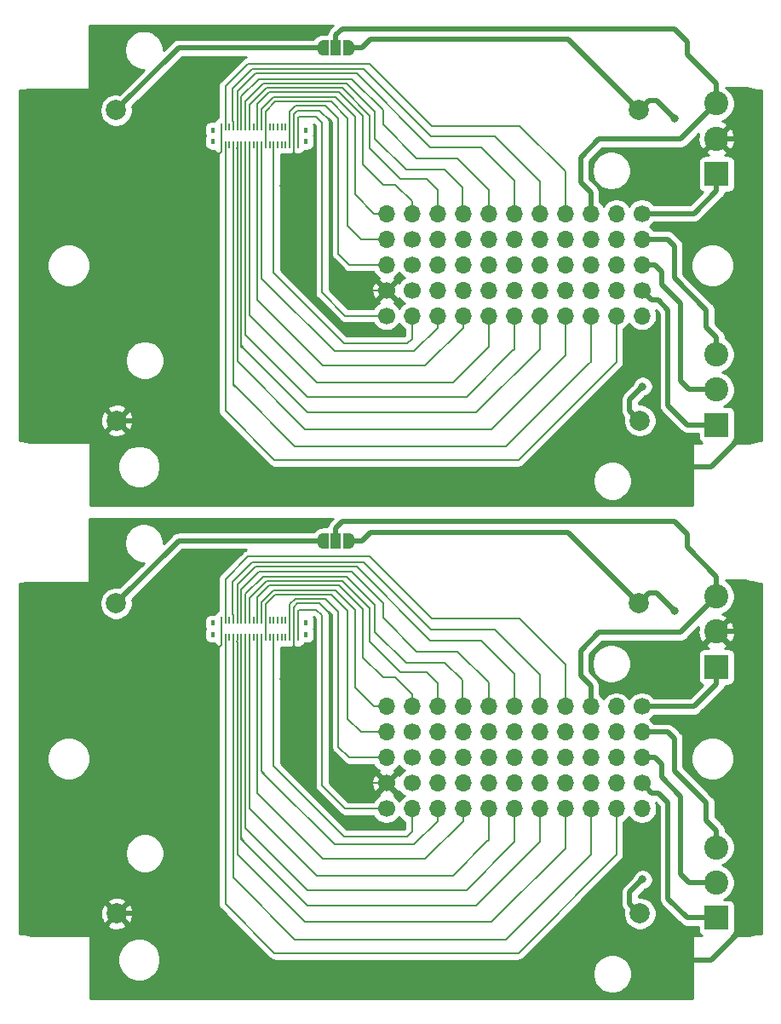
<source format=gbr>
G04 #@! TF.GenerationSoftware,KiCad,Pcbnew,5.1.5-52549c5~86~ubuntu18.04.1*
G04 #@! TF.CreationDate,2020-11-21T17:49:09-05:00*
G04 #@! TF.ProjectId,,58585858-5858-4585-9858-585858585858,rev?*
G04 #@! TF.SameCoordinates,Original*
G04 #@! TF.FileFunction,Copper,L2,Bot*
G04 #@! TF.FilePolarity,Positive*
%FSLAX46Y46*%
G04 Gerber Fmt 4.6, Leading zero omitted, Abs format (unit mm)*
G04 Created by KiCad (PCBNEW 5.1.5-52549c5~86~ubuntu18.04.1) date 2020-11-21 17:49:09*
%MOMM*%
%LPD*%
G04 APERTURE LIST*
%ADD10C,1.700000*%
%ADD11O,1.700000X1.700000*%
%ADD12C,2.000000*%
%ADD13C,0.100000*%
%ADD14R,1.000000X1.500000*%
%ADD15R,2.400000X2.400000*%
%ADD16C,2.400000*%
%ADD17R,0.230000X0.650000*%
%ADD18R,0.450000X0.530000*%
%ADD19C,0.800000*%
%ADD20C,0.500000*%
%ADD21C,0.166000*%
%ADD22C,0.250000*%
%ADD23C,0.160000*%
%ADD24C,0.152400*%
%ADD25C,0.254000*%
G04 APERTURE END LIST*
D10*
X165339800Y-109671000D03*
D11*
X165339800Y-107131000D03*
X165339800Y-104591000D03*
D10*
X139939800Y-112211000D03*
D11*
X142479800Y-112211000D03*
X145019800Y-112211000D03*
X147559800Y-112211000D03*
X150099800Y-112211000D03*
X152639800Y-112211000D03*
X155179800Y-112211000D03*
X157719800Y-112211000D03*
X160259800Y-112211000D03*
X162799800Y-112211000D03*
X165339800Y-112211000D03*
D12*
X113144800Y-122621000D03*
X165134800Y-122621000D03*
D10*
X165339800Y-102051000D03*
D11*
X162799800Y-102051000D03*
X160259800Y-102051000D03*
X157719800Y-102051000D03*
X155179800Y-102051000D03*
X152639800Y-102051000D03*
X150099800Y-102051000D03*
X147559800Y-102051000D03*
X145019800Y-102051000D03*
X142479800Y-102051000D03*
X139939800Y-102051000D03*
D10*
X139939800Y-109671000D03*
D11*
X139939800Y-107131000D03*
X139939800Y-104591000D03*
G04 #@! TA.AperFunction,SMDPad,CuDef*
D13*
G36*
X134174800Y-86326000D02*
G01*
X133624800Y-86326000D01*
X133624800Y-86325398D01*
X133600266Y-86325398D01*
X133551435Y-86320588D01*
X133503310Y-86311016D01*
X133456355Y-86296772D01*
X133411022Y-86277995D01*
X133367749Y-86254864D01*
X133326950Y-86227604D01*
X133289021Y-86196476D01*
X133254324Y-86161779D01*
X133223196Y-86123850D01*
X133195936Y-86083051D01*
X133172805Y-86039778D01*
X133154028Y-85994445D01*
X133139784Y-85947490D01*
X133130212Y-85899365D01*
X133125402Y-85850534D01*
X133125402Y-85826000D01*
X133124800Y-85826000D01*
X133124800Y-85326000D01*
X133125402Y-85326000D01*
X133125402Y-85301466D01*
X133130212Y-85252635D01*
X133139784Y-85204510D01*
X133154028Y-85157555D01*
X133172805Y-85112222D01*
X133195936Y-85068949D01*
X133223196Y-85028150D01*
X133254324Y-84990221D01*
X133289021Y-84955524D01*
X133326950Y-84924396D01*
X133367749Y-84897136D01*
X133411022Y-84874005D01*
X133456355Y-84855228D01*
X133503310Y-84840984D01*
X133551435Y-84831412D01*
X133600266Y-84826602D01*
X133624800Y-84826602D01*
X133624800Y-84826000D01*
X134174800Y-84826000D01*
X134174800Y-86326000D01*
G37*
G04 #@! TD.AperFunction*
G04 #@! TA.AperFunction,SMDPad,CuDef*
G36*
X136224800Y-84826602D02*
G01*
X136249334Y-84826602D01*
X136298165Y-84831412D01*
X136346290Y-84840984D01*
X136393245Y-84855228D01*
X136438578Y-84874005D01*
X136481851Y-84897136D01*
X136522650Y-84924396D01*
X136560579Y-84955524D01*
X136595276Y-84990221D01*
X136626404Y-85028150D01*
X136653664Y-85068949D01*
X136676795Y-85112222D01*
X136695572Y-85157555D01*
X136709816Y-85204510D01*
X136719388Y-85252635D01*
X136724198Y-85301466D01*
X136724198Y-85326000D01*
X136724800Y-85326000D01*
X136724800Y-85826000D01*
X136724198Y-85826000D01*
X136724198Y-85850534D01*
X136719388Y-85899365D01*
X136709816Y-85947490D01*
X136695572Y-85994445D01*
X136676795Y-86039778D01*
X136653664Y-86083051D01*
X136626404Y-86123850D01*
X136595276Y-86161779D01*
X136560579Y-86196476D01*
X136522650Y-86227604D01*
X136481851Y-86254864D01*
X136438578Y-86277995D01*
X136393245Y-86296772D01*
X136346290Y-86311016D01*
X136298165Y-86320588D01*
X136249334Y-86325398D01*
X136224800Y-86325398D01*
X136224800Y-86326000D01*
X135674800Y-86326000D01*
X135674800Y-84826000D01*
X136224800Y-84826000D01*
X136224800Y-84826602D01*
G37*
G04 #@! TD.AperFunction*
D14*
X134924800Y-85576000D03*
D15*
X172754800Y-123041000D03*
D16*
X172754800Y-119541000D03*
X172754800Y-116041000D03*
D12*
X165054800Y-91791000D03*
X113064800Y-91791000D03*
D17*
X131130200Y-95188600D03*
X131130200Y-93438600D03*
X130730200Y-95188600D03*
X130730200Y-93438600D03*
X130330200Y-95188600D03*
X130330200Y-93438600D03*
X129930200Y-95188600D03*
X129930200Y-93438600D03*
X129530200Y-95188600D03*
X129530200Y-93438600D03*
X129130200Y-95188600D03*
X129130200Y-93438600D03*
X128730200Y-95188600D03*
X128730200Y-93438600D03*
X128330200Y-95188600D03*
X128330200Y-93438600D03*
X127930200Y-95188600D03*
X127930200Y-93438600D03*
X127530200Y-95188600D03*
X127530200Y-93438600D03*
X127130200Y-95188600D03*
X127130200Y-93438600D03*
X126730200Y-95188600D03*
X126730200Y-93438600D03*
X126330200Y-95188600D03*
X126330200Y-93438600D03*
X125930200Y-95188600D03*
X125930200Y-93438600D03*
X125530200Y-95188600D03*
X125530200Y-93438600D03*
X125130200Y-95188600D03*
X125130200Y-93438600D03*
X124730200Y-95188600D03*
X124730200Y-93438600D03*
X124330200Y-95188600D03*
X124330200Y-93438600D03*
X123930200Y-95188600D03*
X123930200Y-93438600D03*
X123530200Y-95188600D03*
X123530200Y-93438600D03*
D18*
X122725200Y-93748600D03*
X122725200Y-94878600D03*
X131935200Y-93748600D03*
X131935200Y-94878600D03*
D10*
X142479800Y-109671000D03*
D11*
X145019800Y-109671000D03*
X147559800Y-109671000D03*
X150099800Y-109671000D03*
X152639800Y-109671000D03*
X155179800Y-109671000D03*
X157719800Y-109671000D03*
X160259800Y-109671000D03*
X162799800Y-109671000D03*
D15*
X172754800Y-98106000D03*
D16*
X172754800Y-94606000D03*
X172754800Y-91106000D03*
D10*
X142479800Y-107131000D03*
D11*
X145019800Y-107131000D03*
X147559800Y-107131000D03*
X150099800Y-107131000D03*
X152639800Y-107131000D03*
X155179800Y-107131000D03*
X157719800Y-107131000D03*
X160259800Y-107131000D03*
X162799800Y-107131000D03*
D10*
X142479800Y-104591000D03*
D11*
X145019800Y-104591000D03*
X147559800Y-104591000D03*
X150099800Y-104591000D03*
X152639800Y-104591000D03*
X155179800Y-104591000D03*
X157719800Y-104591000D03*
X160259800Y-104591000D03*
X162799800Y-104591000D03*
D18*
X131935200Y-45878600D03*
X131935200Y-44748600D03*
X122725200Y-45878600D03*
X122725200Y-44748600D03*
D17*
X123530200Y-44438600D03*
X123530200Y-46188600D03*
X123930200Y-44438600D03*
X123930200Y-46188600D03*
X124330200Y-44438600D03*
X124330200Y-46188600D03*
X124730200Y-44438600D03*
X124730200Y-46188600D03*
X125130200Y-44438600D03*
X125130200Y-46188600D03*
X125530200Y-44438600D03*
X125530200Y-46188600D03*
X125930200Y-44438600D03*
X125930200Y-46188600D03*
X126330200Y-44438600D03*
X126330200Y-46188600D03*
X126730200Y-44438600D03*
X126730200Y-46188600D03*
X127130200Y-44438600D03*
X127130200Y-46188600D03*
X127530200Y-44438600D03*
X127530200Y-46188600D03*
X127930200Y-44438600D03*
X127930200Y-46188600D03*
X128330200Y-44438600D03*
X128330200Y-46188600D03*
X128730200Y-44438600D03*
X128730200Y-46188600D03*
X129130200Y-44438600D03*
X129130200Y-46188600D03*
X129530200Y-44438600D03*
X129530200Y-46188600D03*
X129930200Y-44438600D03*
X129930200Y-46188600D03*
X130330200Y-44438600D03*
X130330200Y-46188600D03*
X130730200Y-44438600D03*
X130730200Y-46188600D03*
X131130200Y-44438600D03*
X131130200Y-46188600D03*
D11*
X162799800Y-55591000D03*
X160259800Y-55591000D03*
X157719800Y-55591000D03*
X155179800Y-55591000D03*
X152639800Y-55591000D03*
X150099800Y-55591000D03*
X147559800Y-55591000D03*
X145019800Y-55591000D03*
D10*
X142479800Y-55591000D03*
D11*
X162799800Y-58131000D03*
X160259800Y-58131000D03*
X157719800Y-58131000D03*
X155179800Y-58131000D03*
X152639800Y-58131000D03*
X150099800Y-58131000D03*
X147559800Y-58131000D03*
X145019800Y-58131000D03*
D10*
X142479800Y-58131000D03*
D11*
X162799800Y-60671000D03*
X160259800Y-60671000D03*
X157719800Y-60671000D03*
X155179800Y-60671000D03*
X152639800Y-60671000D03*
X150099800Y-60671000D03*
X147559800Y-60671000D03*
X145019800Y-60671000D03*
D10*
X142479800Y-60671000D03*
D16*
X172754800Y-42106000D03*
X172754800Y-45606000D03*
D15*
X172754800Y-49106000D03*
D11*
X139939800Y-53051000D03*
X142479800Y-53051000D03*
X145019800Y-53051000D03*
X147559800Y-53051000D03*
X150099800Y-53051000D03*
X152639800Y-53051000D03*
X155179800Y-53051000D03*
X157719800Y-53051000D03*
X160259800Y-53051000D03*
X162799800Y-53051000D03*
D10*
X165339800Y-53051000D03*
D11*
X165339800Y-63211000D03*
X162799800Y-63211000D03*
X160259800Y-63211000D03*
X157719800Y-63211000D03*
X155179800Y-63211000D03*
X152639800Y-63211000D03*
X150099800Y-63211000D03*
X147559800Y-63211000D03*
X145019800Y-63211000D03*
X142479800Y-63211000D03*
D10*
X139939800Y-63211000D03*
D11*
X139939800Y-55591000D03*
X139939800Y-58131000D03*
D10*
X139939800Y-60671000D03*
D11*
X165339800Y-55591000D03*
X165339800Y-58131000D03*
D10*
X165339800Y-60671000D03*
D12*
X113064800Y-42791000D03*
X165054800Y-42791000D03*
D16*
X172754800Y-67041000D03*
X172754800Y-70541000D03*
D15*
X172754800Y-74041000D03*
D14*
X134924800Y-36576000D03*
G04 #@! TA.AperFunction,SMDPad,CuDef*
D13*
G36*
X136224800Y-35826602D02*
G01*
X136249334Y-35826602D01*
X136298165Y-35831412D01*
X136346290Y-35840984D01*
X136393245Y-35855228D01*
X136438578Y-35874005D01*
X136481851Y-35897136D01*
X136522650Y-35924396D01*
X136560579Y-35955524D01*
X136595276Y-35990221D01*
X136626404Y-36028150D01*
X136653664Y-36068949D01*
X136676795Y-36112222D01*
X136695572Y-36157555D01*
X136709816Y-36204510D01*
X136719388Y-36252635D01*
X136724198Y-36301466D01*
X136724198Y-36326000D01*
X136724800Y-36326000D01*
X136724800Y-36826000D01*
X136724198Y-36826000D01*
X136724198Y-36850534D01*
X136719388Y-36899365D01*
X136709816Y-36947490D01*
X136695572Y-36994445D01*
X136676795Y-37039778D01*
X136653664Y-37083051D01*
X136626404Y-37123850D01*
X136595276Y-37161779D01*
X136560579Y-37196476D01*
X136522650Y-37227604D01*
X136481851Y-37254864D01*
X136438578Y-37277995D01*
X136393245Y-37296772D01*
X136346290Y-37311016D01*
X136298165Y-37320588D01*
X136249334Y-37325398D01*
X136224800Y-37325398D01*
X136224800Y-37326000D01*
X135674800Y-37326000D01*
X135674800Y-35826000D01*
X136224800Y-35826000D01*
X136224800Y-35826602D01*
G37*
G04 #@! TD.AperFunction*
G04 #@! TA.AperFunction,SMDPad,CuDef*
G36*
X134174800Y-37326000D02*
G01*
X133624800Y-37326000D01*
X133624800Y-37325398D01*
X133600266Y-37325398D01*
X133551435Y-37320588D01*
X133503310Y-37311016D01*
X133456355Y-37296772D01*
X133411022Y-37277995D01*
X133367749Y-37254864D01*
X133326950Y-37227604D01*
X133289021Y-37196476D01*
X133254324Y-37161779D01*
X133223196Y-37123850D01*
X133195936Y-37083051D01*
X133172805Y-37039778D01*
X133154028Y-36994445D01*
X133139784Y-36947490D01*
X133130212Y-36899365D01*
X133125402Y-36850534D01*
X133125402Y-36826000D01*
X133124800Y-36826000D01*
X133124800Y-36326000D01*
X133125402Y-36326000D01*
X133125402Y-36301466D01*
X133130212Y-36252635D01*
X133139784Y-36204510D01*
X133154028Y-36157555D01*
X133172805Y-36112222D01*
X133195936Y-36068949D01*
X133223196Y-36028150D01*
X133254324Y-35990221D01*
X133289021Y-35955524D01*
X133326950Y-35924396D01*
X133367749Y-35897136D01*
X133411022Y-35874005D01*
X133456355Y-35855228D01*
X133503310Y-35840984D01*
X133551435Y-35831412D01*
X133600266Y-35826602D01*
X133624800Y-35826602D01*
X133624800Y-35826000D01*
X134174800Y-35826000D01*
X134174800Y-37326000D01*
G37*
G04 #@! TD.AperFunction*
D12*
X165134800Y-73621000D03*
X113144800Y-73621000D03*
D19*
X165404800Y-70231000D03*
X168579800Y-43561000D03*
X165404800Y-119231000D03*
X168579800Y-92561000D03*
X129717800Y-50317400D03*
X121793000Y-49326800D03*
X121793000Y-98326800D03*
X129717800Y-99317400D03*
D20*
X119279800Y-36576000D02*
X113064800Y-42791000D01*
X119279800Y-36576000D02*
X133624800Y-36576000D01*
X119279800Y-85576000D02*
X133624800Y-85576000D01*
X119279800Y-85576000D02*
X113064800Y-91791000D01*
X164134800Y-71501000D02*
X165404800Y-70231000D01*
X167309800Y-42291000D02*
X168579800Y-43561000D01*
X166809801Y-41791001D02*
X167309800Y-42291000D01*
X165054800Y-42791000D02*
X166054799Y-41791001D01*
X166054799Y-41791001D02*
X166809801Y-41791001D01*
X137509630Y-36576000D02*
X136224800Y-36576000D01*
X138359632Y-35725998D02*
X137509630Y-36576000D01*
X165054800Y-42791000D02*
X157989798Y-35725998D01*
X157989798Y-35725998D02*
X138359632Y-35725998D01*
X164134800Y-72621000D02*
X164134800Y-71501000D01*
X165134800Y-73621000D02*
X164134800Y-72621000D01*
X165134800Y-122621000D02*
X164134800Y-121621000D01*
X164134800Y-121621000D02*
X164134800Y-120501000D01*
X166809801Y-90791001D02*
X167309800Y-91291000D01*
X166054799Y-90791001D02*
X166809801Y-90791001D01*
X167309800Y-91291000D02*
X168579800Y-92561000D01*
X165054800Y-91791000D02*
X157989798Y-84725998D01*
X137509630Y-85576000D02*
X136224800Y-85576000D01*
X165054800Y-91791000D02*
X166054799Y-90791001D01*
X157989798Y-84725998D02*
X138359632Y-84725998D01*
X164134800Y-120501000D02*
X165404800Y-119231000D01*
X138359632Y-84725998D02*
X137509630Y-85576000D01*
D21*
X130730200Y-44598800D02*
X130730200Y-46188600D01*
X130730200Y-44438600D02*
X130730200Y-44598800D01*
X123530200Y-44929600D02*
X123530200Y-46188600D01*
X123530200Y-44438600D02*
X123530200Y-44929600D01*
D20*
X172754800Y-45606000D02*
X174451856Y-45606000D01*
D21*
X172754800Y-45606000D02*
X174638000Y-45606000D01*
X130730200Y-46188600D02*
X130730200Y-49076400D01*
X130730200Y-49076400D02*
X130730200Y-49152600D01*
X130730200Y-49076400D02*
X130730200Y-49508200D01*
X130730200Y-49508200D02*
X130124200Y-50114200D01*
X130124200Y-50114200D02*
X129921000Y-50317400D01*
X129921000Y-50317400D02*
X129717800Y-50317400D01*
X123530200Y-46903800D02*
X123530200Y-46188600D01*
X121793000Y-49326800D02*
X121793000Y-48641000D01*
X121793000Y-48641000D02*
X123530200Y-46903800D01*
X135575600Y-60671000D02*
X139939800Y-60671000D01*
X130730200Y-44438600D02*
X130730200Y-43183600D01*
X131114800Y-42799000D02*
X133299200Y-42799000D01*
X133299200Y-42799000D02*
X134340600Y-43840400D01*
X130730200Y-43183600D02*
X131114800Y-42799000D01*
X134340600Y-43840400D02*
X134340600Y-59436000D01*
X134340600Y-59436000D02*
X135575600Y-60671000D01*
D20*
X124460000Y-79349600D02*
X118731400Y-73621000D01*
X157022800Y-79349600D02*
X124460000Y-79349600D01*
X172186600Y-78257400D02*
X166192200Y-78257400D01*
X118731400Y-73621000D02*
X113144800Y-73621000D01*
X174638000Y-45606000D02*
X175615600Y-46583600D01*
X175615600Y-46583600D02*
X175615600Y-74828400D01*
X175615600Y-74828400D02*
X172186600Y-78257400D01*
X166192200Y-78257400D02*
X164414200Y-76479400D01*
X159893000Y-76479400D02*
X157022800Y-79349600D01*
X164414200Y-76479400D02*
X159893000Y-76479400D01*
X118731400Y-52388400D02*
X121793000Y-49326800D01*
X118731400Y-73621000D02*
X118731400Y-52388400D01*
D21*
X130730200Y-98076400D02*
X130730200Y-98152600D01*
X130730200Y-98076400D02*
X130730200Y-98508200D01*
X172754800Y-94606000D02*
X174638000Y-94606000D01*
X130730200Y-95188600D02*
X130730200Y-98076400D01*
X121793000Y-97641000D02*
X123530200Y-95903800D01*
X135575600Y-109671000D02*
X139939800Y-109671000D01*
D20*
X124460000Y-128349600D02*
X118731400Y-122621000D01*
X157022800Y-128349600D02*
X124460000Y-128349600D01*
X172186600Y-127257400D02*
X166192200Y-127257400D01*
X159893000Y-125479400D02*
X157022800Y-128349600D01*
D21*
X123530200Y-93438600D02*
X123530200Y-93929600D01*
X123530200Y-93929600D02*
X123530200Y-95188600D01*
X130730200Y-93438600D02*
X130730200Y-93598800D01*
D20*
X175615600Y-95583600D02*
X175615600Y-123828400D01*
X175615600Y-123828400D02*
X172186600Y-127257400D01*
X166192200Y-127257400D02*
X164414200Y-125479400D01*
X164414200Y-125479400D02*
X159893000Y-125479400D01*
D21*
X130730200Y-98508200D02*
X130124200Y-99114200D01*
X130124200Y-99114200D02*
X129921000Y-99317400D01*
X130730200Y-92183600D02*
X131114800Y-91799000D01*
D20*
X118731400Y-122621000D02*
X113144800Y-122621000D01*
X174638000Y-94606000D02*
X175615600Y-95583600D01*
D21*
X130730200Y-93598800D02*
X130730200Y-95188600D01*
D20*
X172754800Y-94606000D02*
X174451856Y-94606000D01*
D21*
X130730200Y-93438600D02*
X130730200Y-92183600D01*
X131114800Y-91799000D02*
X133299200Y-91799000D01*
X133299200Y-91799000D02*
X134340600Y-92840400D01*
X129921000Y-99317400D02*
X129717800Y-99317400D01*
D20*
X118731400Y-101388400D02*
X121793000Y-98326800D01*
X118731400Y-122621000D02*
X118731400Y-101388400D01*
D21*
X123530200Y-95903800D02*
X123530200Y-95188600D01*
X121793000Y-98326800D02*
X121793000Y-97641000D01*
X134340600Y-92840400D02*
X134340600Y-108436000D01*
X134340600Y-108436000D02*
X135575600Y-109671000D01*
D20*
X171754800Y-62611000D02*
X168579800Y-59436000D01*
X168579800Y-59436000D02*
X168579800Y-56261000D01*
X167909800Y-55591000D02*
X165339800Y-55591000D01*
X168579800Y-56261000D02*
X167909800Y-55591000D01*
X171754800Y-64343944D02*
X171754800Y-62611000D01*
X172754800Y-67041000D02*
X172754800Y-65343944D01*
X172754800Y-65343944D02*
X171754800Y-64343944D01*
X171754800Y-111611000D02*
X168579800Y-108436000D01*
X168579800Y-108436000D02*
X168579800Y-105261000D01*
X167909800Y-104591000D02*
X165339800Y-104591000D01*
X168579800Y-105261000D02*
X167909800Y-104591000D01*
X171754800Y-113343944D02*
X171754800Y-111611000D01*
X172754800Y-116041000D02*
X172754800Y-114343944D01*
X172754800Y-114343944D02*
X171754800Y-113343944D01*
X165339800Y-58131000D02*
X166004800Y-58131000D01*
X167309800Y-58801000D02*
X167309800Y-60071000D01*
X167309800Y-60071000D02*
X169214800Y-61976000D01*
X169214800Y-69698056D02*
X169214800Y-61976000D01*
X166639800Y-58131000D02*
X165339800Y-58131000D01*
X167309800Y-58801000D02*
X166639800Y-58131000D01*
X170057744Y-70541000D02*
X169214800Y-69698056D01*
X172754800Y-70541000D02*
X170057744Y-70541000D01*
X165339800Y-107131000D02*
X166004800Y-107131000D01*
X167309800Y-107801000D02*
X167309800Y-109071000D01*
X167309800Y-109071000D02*
X169214800Y-110976000D01*
X169214800Y-118698056D02*
X169214800Y-110976000D01*
X166639800Y-107131000D02*
X165339800Y-107131000D01*
X167309800Y-107801000D02*
X166639800Y-107131000D01*
X170057744Y-119541000D02*
X169214800Y-118698056D01*
X172754800Y-119541000D02*
X170057744Y-119541000D01*
X166339289Y-61670489D02*
X165339800Y-60671000D01*
X167004289Y-61670489D02*
X166339289Y-61670489D01*
X167944800Y-62611000D02*
X167004289Y-61670489D01*
X167944800Y-72136000D02*
X167944800Y-62611000D01*
X172754800Y-74041000D02*
X169849800Y-74041000D01*
X169849800Y-74041000D02*
X167944800Y-72136000D01*
X166339289Y-110670489D02*
X165339800Y-109671000D01*
X167004289Y-110670489D02*
X166339289Y-110670489D01*
X167944800Y-111611000D02*
X167004289Y-110670489D01*
X167944800Y-121136000D02*
X167944800Y-111611000D01*
X172754800Y-123041000D02*
X169849800Y-123041000D01*
X169849800Y-123041000D02*
X167944800Y-121136000D01*
X172754800Y-42106000D02*
X169191600Y-45669200D01*
X169191600Y-45669200D02*
X161061400Y-45669200D01*
X161061400Y-45669200D02*
X159232600Y-47498000D01*
X159232600Y-47498000D02*
X159232600Y-49936400D01*
X160259800Y-50963600D02*
X160259800Y-53051000D01*
X159232600Y-49936400D02*
X160259800Y-50963600D01*
X134924800Y-35306000D02*
X134924800Y-36576000D01*
X135559800Y-34671000D02*
X134924800Y-35306000D01*
X172754800Y-40116000D02*
X169849800Y-37211000D01*
X172754800Y-42106000D02*
X172754800Y-40116000D01*
X169849800Y-37211000D02*
X169849800Y-35941000D01*
X169849800Y-35941000D02*
X168579800Y-34671000D01*
X168579800Y-34671000D02*
X135559800Y-34671000D01*
X169849800Y-84941000D02*
X168579800Y-83671000D01*
X168579800Y-83671000D02*
X135559800Y-83671000D01*
X159232600Y-98936400D02*
X160259800Y-99963600D01*
X134924800Y-84306000D02*
X134924800Y-85576000D01*
X135559800Y-83671000D02*
X134924800Y-84306000D01*
X161061400Y-94669200D02*
X159232600Y-96498000D01*
X159232600Y-96498000D02*
X159232600Y-98936400D01*
X160259800Y-99963600D02*
X160259800Y-102051000D01*
X172754800Y-91106000D02*
X169191600Y-94669200D01*
X169191600Y-94669200D02*
X161061400Y-94669200D01*
X172754800Y-89116000D02*
X169849800Y-86211000D01*
X172754800Y-91106000D02*
X172754800Y-89116000D01*
X169849800Y-86211000D02*
X169849800Y-84941000D01*
X166541881Y-53051000D02*
X165339800Y-53051000D01*
X170509800Y-53051000D02*
X166541881Y-53051000D01*
X172754800Y-49106000D02*
X172754800Y-50806000D01*
X172754800Y-50806000D02*
X170509800Y-53051000D01*
X170509800Y-102051000D02*
X166541881Y-102051000D01*
X172754800Y-98106000D02*
X172754800Y-99806000D01*
X172754800Y-99806000D02*
X170509800Y-102051000D01*
X166541881Y-102051000D02*
X165339800Y-102051000D01*
D21*
X123930200Y-43947600D02*
X123930200Y-44438600D01*
X157719800Y-48855400D02*
X153187400Y-44323000D01*
X157719800Y-53051000D02*
X157719800Y-48855400D01*
X144424400Y-44323000D02*
X138252200Y-38150800D01*
X153187400Y-44323000D02*
X144424400Y-44323000D01*
X138252200Y-38150800D02*
X126161800Y-38150800D01*
X123930200Y-40382400D02*
X123930200Y-43947600D01*
X126161800Y-38150800D02*
X123930200Y-40382400D01*
X123930200Y-92947600D02*
X123930200Y-93438600D01*
X157719800Y-97855400D02*
X153187400Y-93323000D01*
X157719800Y-102051000D02*
X157719800Y-97855400D01*
X138252200Y-87150800D02*
X126161800Y-87150800D01*
X123930200Y-89382400D02*
X123930200Y-92947600D01*
X126161800Y-87150800D02*
X123930200Y-89382400D01*
X144424400Y-93323000D02*
X138252200Y-87150800D01*
X153187400Y-93323000D02*
X144424400Y-93323000D01*
X123930200Y-46188600D02*
X123930200Y-72673000D01*
X128828800Y-77571600D02*
X135737600Y-77571600D01*
X123930200Y-72673000D02*
X128828800Y-77571600D01*
X153060400Y-77571600D02*
X135737600Y-77571600D01*
X135737600Y-77571600D02*
X135382000Y-77571600D01*
X162799800Y-67781400D02*
X162712400Y-67868800D01*
X162799800Y-63211000D02*
X162799800Y-67781400D01*
X162712400Y-67868800D02*
X153060400Y-77571600D01*
X153060400Y-126571600D02*
X135737600Y-126571600D01*
X135737600Y-126571600D02*
X135382000Y-126571600D01*
X162799800Y-116781400D02*
X162712400Y-116868800D01*
X162799800Y-112211000D02*
X162799800Y-116781400D01*
X162712400Y-116868800D02*
X153060400Y-126571600D01*
X123930200Y-95188600D02*
X123930200Y-121673000D01*
X128828800Y-126571600D02*
X135737600Y-126571600D01*
X123930200Y-121673000D02*
X128828800Y-126571600D01*
X124730200Y-43947600D02*
X124730200Y-44438600D01*
X124624190Y-43841590D02*
X124730200Y-43947600D01*
X155179800Y-49871400D02*
X150723600Y-45415200D01*
X155179800Y-53051000D02*
X155179800Y-49871400D01*
X126568200Y-38709600D02*
X124624190Y-40653610D01*
X150723600Y-45415200D02*
X144399000Y-45415200D01*
X124624190Y-40653610D02*
X124624190Y-43841590D01*
X144399000Y-45415200D02*
X137693400Y-38709600D01*
X137693400Y-38709600D02*
X126568200Y-38709600D01*
X124624190Y-92841590D02*
X124730200Y-92947600D01*
X155179800Y-98871400D02*
X150723600Y-94415200D01*
X124624190Y-89653610D02*
X124624190Y-92841590D01*
X144399000Y-94415200D02*
X137693400Y-87709600D01*
X137693400Y-87709600D02*
X126568200Y-87709600D01*
X124730200Y-92947600D02*
X124730200Y-93438600D01*
X155179800Y-102051000D02*
X155179800Y-98871400D01*
X126568200Y-87709600D02*
X124624190Y-89653610D01*
X150723600Y-94415200D02*
X144399000Y-94415200D01*
X124730200Y-70069400D02*
X125196600Y-70535800D01*
X124730200Y-46188600D02*
X124730200Y-70069400D01*
X125196600Y-70535800D02*
X124730200Y-70044000D01*
X151815800Y-76174600D02*
X130835400Y-76174600D01*
X130835400Y-76174600D02*
X125196600Y-70535800D01*
X160259800Y-67781400D02*
X160121600Y-67919600D01*
X160259800Y-63211000D02*
X160259800Y-67781400D01*
X160121600Y-67919600D02*
X151815800Y-76174600D01*
X160259800Y-112211000D02*
X160259800Y-116781400D01*
X160121600Y-116919600D02*
X151815800Y-125174600D01*
X124730200Y-119069400D02*
X125196600Y-119535800D01*
X124730200Y-95188600D02*
X124730200Y-119069400D01*
X125196600Y-119535800D02*
X124730200Y-119044000D01*
X151815800Y-125174600D02*
X130835400Y-125174600D01*
X130835400Y-125174600D02*
X125196600Y-119535800D01*
X160259800Y-116781400D02*
X160121600Y-116919600D01*
X125130200Y-40909600D02*
X125130200Y-44438600D01*
X152639800Y-49769800D02*
X149326600Y-46456600D01*
X126923800Y-39116000D02*
X125130200Y-40909600D01*
X144322800Y-46456600D02*
X136982200Y-39116000D01*
X152639800Y-53051000D02*
X152639800Y-49769800D01*
X149326600Y-46456600D02*
X144322800Y-46456600D01*
X136982200Y-39116000D02*
X126923800Y-39116000D01*
X144322800Y-95456600D02*
X136982200Y-88116000D01*
X152639800Y-98769800D02*
X149326600Y-95456600D01*
X126923800Y-88116000D02*
X125130200Y-89909600D01*
X125130200Y-89909600D02*
X125130200Y-93438600D01*
X152639800Y-102051000D02*
X152639800Y-98769800D01*
X149326600Y-95456600D02*
X144322800Y-95456600D01*
X136982200Y-88116000D02*
X126923800Y-88116000D01*
X125106001Y-46594601D02*
X125106001Y-46482000D01*
X157719800Y-67171800D02*
X150418800Y-74472800D01*
X150418800Y-74472800D02*
X131876800Y-74472800D01*
X131876800Y-74472800D02*
X125130200Y-67726200D01*
X125130200Y-67726200D02*
X125130200Y-46618800D01*
X157719800Y-63211000D02*
X157719800Y-67171800D01*
X125130200Y-46618800D02*
X125106001Y-46594601D01*
X131876800Y-123472800D02*
X125130200Y-116726200D01*
X125130200Y-116726200D02*
X125130200Y-95618800D01*
X150418800Y-123472800D02*
X131876800Y-123472800D01*
X157719800Y-112211000D02*
X157719800Y-116171800D01*
X125130200Y-95618800D02*
X125106001Y-95594601D01*
X125106001Y-95594601D02*
X125106001Y-95482000D01*
X157719800Y-116171800D02*
X150418800Y-123472800D01*
X150099800Y-50687200D02*
X150099800Y-53051000D01*
X142951200Y-47574200D02*
X147015200Y-47574200D01*
X125530200Y-41424000D02*
X127279400Y-39674800D01*
X150114000Y-50673000D02*
X150099800Y-50687200D01*
X127279400Y-39674800D02*
X136499600Y-39674800D01*
X125530200Y-44438600D02*
X125530200Y-41424000D01*
X147015200Y-47574200D02*
X150114000Y-50673000D01*
X136499600Y-39674800D02*
X139598400Y-42773600D01*
X139598400Y-42773600D02*
X139598400Y-44221400D01*
X139598400Y-44221400D02*
X142951200Y-47574200D01*
X125530200Y-90424000D02*
X127279400Y-88674800D01*
X150114000Y-99673000D02*
X150099800Y-99687200D01*
X127279400Y-88674800D02*
X136499600Y-88674800D01*
X125530200Y-93438600D02*
X125530200Y-90424000D01*
X147015200Y-96574200D02*
X150114000Y-99673000D01*
X136499600Y-88674800D02*
X139598400Y-91773600D01*
X150099800Y-99687200D02*
X150099800Y-102051000D01*
X142951200Y-96574200D02*
X147015200Y-96574200D01*
X139598400Y-91773600D02*
X139598400Y-93221400D01*
X139598400Y-93221400D02*
X142951200Y-96574200D01*
X125530200Y-46188600D02*
X125530200Y-66246600D01*
X125530200Y-66246600D02*
X125806200Y-66522600D01*
X125806200Y-66522600D02*
X125554399Y-66169199D01*
X132080000Y-72796400D02*
X125806200Y-66522600D01*
X148894800Y-72796400D02*
X132080000Y-72796400D01*
X155179800Y-63211000D02*
X155179800Y-66511400D01*
X155179800Y-66511400D02*
X148894800Y-72796400D01*
X125806200Y-115522600D02*
X125554399Y-115169199D01*
X155179800Y-115511400D02*
X148894800Y-121796400D01*
X132080000Y-121796400D02*
X125806200Y-115522600D01*
X148894800Y-121796400D02*
X132080000Y-121796400D01*
X155179800Y-112211000D02*
X155179800Y-115511400D01*
X125530200Y-95188600D02*
X125530200Y-115246600D01*
X125530200Y-115246600D02*
X125806200Y-115522600D01*
X125930200Y-41862200D02*
X125930200Y-43947600D01*
X127685800Y-40106600D02*
X125930200Y-41862200D01*
X135991600Y-40106600D02*
X127685800Y-40106600D01*
X138811000Y-42926000D02*
X135991600Y-40106600D01*
X138811000Y-45618400D02*
X138811000Y-42926000D01*
X147559800Y-53049400D02*
X147472400Y-52962000D01*
X147559800Y-53051000D02*
X147559800Y-53049400D01*
X147472400Y-52962000D02*
X147472400Y-50419000D01*
X147472400Y-50419000D02*
X145745200Y-48691800D01*
X145745200Y-48691800D02*
X141884400Y-48691800D01*
X125930200Y-43947600D02*
X125930200Y-44438600D01*
X141884400Y-48691800D02*
X138811000Y-45618400D01*
X125930200Y-90862200D02*
X125930200Y-92947600D01*
X127685800Y-89106600D02*
X125930200Y-90862200D01*
X147559800Y-102051000D02*
X147559800Y-102049400D01*
X141884400Y-97691800D02*
X138811000Y-94618400D01*
X147472400Y-101962000D02*
X147472400Y-99419000D01*
X147472400Y-99419000D02*
X145745200Y-97691800D01*
X145745200Y-97691800D02*
X141884400Y-97691800D01*
X125930200Y-92947600D02*
X125930200Y-93438600D01*
X135991600Y-89106600D02*
X127685800Y-89106600D01*
X138811000Y-91926000D02*
X135991600Y-89106600D01*
X138811000Y-94618400D02*
X138811000Y-91926000D01*
X147559800Y-102049400D02*
X147472400Y-101962000D01*
X125930200Y-46188600D02*
X125930200Y-65122600D01*
X125930200Y-65122600D02*
X126263400Y-65455800D01*
X126263400Y-65455800D02*
X125986390Y-65204190D01*
X147904200Y-71297800D02*
X132105400Y-71297800D01*
X132105400Y-71297800D02*
X126263400Y-65455800D01*
X152639800Y-63211000D02*
X152639800Y-66511400D01*
X152400000Y-66751200D02*
X147904200Y-71297800D01*
X152639800Y-66511400D02*
X152400000Y-66751200D01*
X152639800Y-115511400D02*
X152400000Y-115751200D01*
X147904200Y-120297800D02*
X132105400Y-120297800D01*
X132105400Y-120297800D02*
X126263400Y-114455800D01*
X152639800Y-112211000D02*
X152639800Y-115511400D01*
X152400000Y-115751200D02*
X147904200Y-120297800D01*
X125930200Y-95188600D02*
X125930200Y-114122600D01*
X125930200Y-114122600D02*
X126263400Y-114455800D01*
X126263400Y-114455800D02*
X125986390Y-114204190D01*
X143916400Y-49606200D02*
X145019800Y-50709600D01*
X126330200Y-42224200D02*
X127990600Y-40563800D01*
X127990600Y-40563800D02*
X135559800Y-40563800D01*
X138303000Y-46583600D02*
X141325600Y-49606200D01*
X126330200Y-44438600D02*
X126330200Y-42224200D01*
X145019800Y-50709600D02*
X145019800Y-53051000D01*
X135559800Y-40563800D02*
X138303000Y-43307000D01*
X141325600Y-49606200D02*
X143916400Y-49606200D01*
X138303000Y-43307000D02*
X138303000Y-46583600D01*
X143916400Y-98606200D02*
X145019800Y-99709600D01*
X126330200Y-91224200D02*
X127990600Y-89563800D01*
X127990600Y-89563800D02*
X135559800Y-89563800D01*
X138303000Y-95583600D02*
X141325600Y-98606200D01*
X126330200Y-93438600D02*
X126330200Y-91224200D01*
X145019800Y-99709600D02*
X145019800Y-102051000D01*
X135559800Y-89563800D02*
X138303000Y-92307000D01*
X141325600Y-98606200D02*
X143916400Y-98606200D01*
X138303000Y-92307000D02*
X138303000Y-95583600D01*
X126330200Y-46679600D02*
X126330200Y-46188600D01*
X126330200Y-63135000D02*
X126330200Y-46679600D01*
X146583400Y-69824600D02*
X133019800Y-69824600D01*
X133019800Y-69824600D02*
X126330200Y-63135000D01*
X150099800Y-66308200D02*
X150099800Y-63211000D01*
X149974300Y-66433700D02*
X150099800Y-66308200D01*
X149974300Y-66433700D02*
X146583400Y-69824600D01*
X150037800Y-66370200D02*
X149974300Y-66433700D01*
X146583400Y-118824600D02*
X133019800Y-118824600D01*
X133019800Y-118824600D02*
X126330200Y-112135000D01*
X150099800Y-115308200D02*
X150099800Y-112211000D01*
X149974300Y-115433700D02*
X150099800Y-115308200D01*
X149974300Y-115433700D02*
X146583400Y-118824600D01*
X150037800Y-115370200D02*
X149974300Y-115433700D01*
X126330200Y-95679600D02*
X126330200Y-95188600D01*
X126330200Y-112135000D02*
X126330200Y-95679600D01*
X127130200Y-42186200D02*
X127130200Y-44438600D01*
X128320800Y-40995600D02*
X127130200Y-42186200D01*
X135229600Y-40995600D02*
X128320800Y-40995600D01*
X142479800Y-53051000D02*
X142479800Y-51848919D01*
X137591800Y-48158400D02*
X137591800Y-43357800D01*
X142479800Y-51848919D02*
X140795881Y-50165000D01*
X140795881Y-50165000D02*
X139598400Y-50165000D01*
X139598400Y-50165000D02*
X137591800Y-48158400D01*
X137591800Y-43357800D02*
X135229600Y-40995600D01*
X139598400Y-99165000D02*
X137591800Y-97158400D01*
X137591800Y-92357800D02*
X135229600Y-89995600D01*
X128320800Y-89995600D02*
X127130200Y-91186200D01*
X135229600Y-89995600D02*
X128320800Y-89995600D01*
X142479800Y-102051000D02*
X142479800Y-100848919D01*
X137591800Y-97158400D02*
X137591800Y-92357800D01*
X142479800Y-100848919D02*
X140795881Y-99165000D01*
X140795881Y-99165000D02*
X139598400Y-99165000D01*
X127130200Y-91186200D02*
X127130200Y-93438600D01*
X147559800Y-64413081D02*
X143799281Y-68173600D01*
X147559800Y-63211000D02*
X147559800Y-64413081D01*
X143799281Y-68173600D02*
X133654800Y-68173600D01*
X127130200Y-46679600D02*
X127130200Y-46188600D01*
X133654800Y-68173600D02*
X127130200Y-61649000D01*
X127130200Y-61649000D02*
X127130200Y-46679600D01*
X133654800Y-117173600D02*
X127130200Y-110649000D01*
X127130200Y-110649000D02*
X127130200Y-95679600D01*
X147559800Y-113413081D02*
X143799281Y-117173600D01*
X147559800Y-112211000D02*
X147559800Y-113413081D01*
X143799281Y-117173600D02*
X133654800Y-117173600D01*
X127130200Y-95679600D02*
X127130200Y-95188600D01*
X127530200Y-42675200D02*
X127530200Y-44438600D01*
X138737719Y-53051000D02*
X136829800Y-51143081D01*
X139939800Y-53051000D02*
X138737719Y-53051000D01*
X136829800Y-51143081D02*
X136829800Y-43434000D01*
X134874000Y-41478200D02*
X128727200Y-41478200D01*
X136829800Y-43434000D02*
X134874000Y-41478200D01*
X128727200Y-41478200D02*
X127530200Y-42675200D01*
X127530200Y-91675200D02*
X127530200Y-93438600D01*
X138737719Y-102051000D02*
X136829800Y-100143081D01*
X139939800Y-102051000D02*
X138737719Y-102051000D01*
X136829800Y-100143081D02*
X136829800Y-92434000D01*
X134874000Y-90478200D02*
X128727200Y-90478200D01*
X136829800Y-92434000D02*
X134874000Y-90478200D01*
X128727200Y-90478200D02*
X127530200Y-91675200D01*
X145019800Y-64413081D02*
X142681681Y-66751200D01*
X142681681Y-66751200D02*
X134772400Y-66751200D01*
X145019800Y-63211000D02*
X145019800Y-64413081D01*
X127530200Y-59483600D02*
X128143000Y-60096400D01*
X134772400Y-66751200D02*
X128143000Y-60096400D01*
X127530200Y-46188600D02*
X127530200Y-59483600D01*
X128143000Y-60096400D02*
X127609600Y-59588400D01*
X145019800Y-113413081D02*
X142681681Y-115751200D01*
X142681681Y-115751200D02*
X134772400Y-115751200D01*
X145019800Y-112211000D02*
X145019800Y-113413081D01*
X127530200Y-108483600D02*
X128143000Y-109096400D01*
X134772400Y-115751200D02*
X128143000Y-109096400D01*
X127530200Y-95188600D02*
X127530200Y-108483600D01*
X128143000Y-109096400D02*
X127609600Y-108588400D01*
D20*
X139814800Y-55466000D02*
X139939800Y-55591000D01*
D21*
X127930200Y-44438600D02*
X127930200Y-46188600D01*
X137404400Y-55591000D02*
X136093200Y-54279800D01*
X139939800Y-55591000D02*
X137404400Y-55591000D01*
X136093200Y-54279800D02*
X136093200Y-43561000D01*
X136093200Y-43561000D02*
X134442200Y-41910000D01*
X134442200Y-41910000D02*
X128905000Y-41910000D01*
X127930200Y-42884800D02*
X127930200Y-44438600D01*
X128905000Y-41910000D02*
X127930200Y-42884800D01*
X139939800Y-104591000D02*
X137404400Y-104591000D01*
X136093200Y-103279800D02*
X136093200Y-92561000D01*
X136093200Y-92561000D02*
X134442200Y-90910000D01*
X134442200Y-90910000D02*
X128905000Y-90910000D01*
X127930200Y-91884800D02*
X127930200Y-93438600D01*
X128905000Y-90910000D02*
X127930200Y-91884800D01*
D20*
X139814800Y-104466000D02*
X139939800Y-104591000D01*
D21*
X127930200Y-93438600D02*
X127930200Y-95188600D01*
X137404400Y-104591000D02*
X136093200Y-103279800D01*
D22*
X142479800Y-63946000D02*
X142479800Y-63211000D01*
D21*
X142479800Y-63211000D02*
X142479800Y-65492400D01*
X142479800Y-65492400D02*
X142033800Y-65938400D01*
X142033800Y-65938400D02*
X135712200Y-65938400D01*
X128730200Y-58956400D02*
X128730200Y-46188600D01*
X135712200Y-65938400D02*
X128730200Y-58956400D01*
D22*
X142479800Y-112946000D02*
X142479800Y-112211000D01*
D21*
X142479800Y-112211000D02*
X142479800Y-114492400D01*
X142479800Y-114492400D02*
X142033800Y-114938400D01*
X142033800Y-114938400D02*
X135712200Y-114938400D01*
X128730200Y-107956400D02*
X128730200Y-95188600D01*
X135712200Y-114938400D02*
X128730200Y-107956400D01*
X130330200Y-44599600D02*
X130330200Y-46188600D01*
X130330200Y-44438600D02*
X130330200Y-44599600D01*
X130330200Y-44438600D02*
X130330200Y-42897800D01*
X130886200Y-42341800D02*
X133908800Y-42341800D01*
X133908800Y-42341800D02*
X135178800Y-43611800D01*
X135178800Y-43611800D02*
X135178800Y-57048400D01*
X136261400Y-58131000D02*
X139939800Y-58131000D01*
X130330200Y-42897800D02*
X130886200Y-42341800D01*
X135178800Y-57048400D02*
X136261400Y-58131000D01*
X130330200Y-93599600D02*
X130330200Y-95188600D01*
X130330200Y-93438600D02*
X130330200Y-93599600D01*
X130330200Y-93438600D02*
X130330200Y-91897800D01*
X130886200Y-91341800D02*
X133908800Y-91341800D01*
X133908800Y-91341800D02*
X135178800Y-92611800D01*
X135178800Y-92611800D02*
X135178800Y-106048400D01*
X136261400Y-107131000D02*
X139939800Y-107131000D01*
X130330200Y-91897800D02*
X130886200Y-91341800D01*
X135178800Y-106048400D02*
X136261400Y-107131000D01*
X131130200Y-44438600D02*
X131130200Y-44485400D01*
D23*
X131130200Y-44438600D02*
X131130200Y-44536200D01*
D24*
X131130200Y-44438600D02*
X131130200Y-44612400D01*
D21*
X131130200Y-44929600D02*
X131130200Y-46188600D01*
X131130200Y-44438600D02*
X131130200Y-44929600D01*
X135855000Y-63211000D02*
X139939800Y-63211000D01*
X131130200Y-44438600D02*
X131130200Y-43545600D01*
X131267200Y-43408600D02*
X132969000Y-43408600D01*
X131130200Y-43545600D02*
X131267200Y-43408600D01*
X132969000Y-43408600D02*
X133553200Y-43992800D01*
X133553200Y-43992800D02*
X133553200Y-60909200D01*
X133553200Y-60909200D02*
X135855000Y-63211000D01*
X131130200Y-93929600D02*
X131130200Y-95188600D01*
X131130200Y-93438600D02*
X131130200Y-93929600D01*
X135855000Y-112211000D02*
X139939800Y-112211000D01*
X131130200Y-93438600D02*
X131130200Y-92545600D01*
X131267200Y-92408600D02*
X132969000Y-92408600D01*
X131130200Y-92545600D02*
X131267200Y-92408600D01*
X132969000Y-92408600D02*
X133553200Y-92992800D01*
X133553200Y-92992800D02*
X133553200Y-109909200D01*
X133553200Y-109909200D02*
X135855000Y-112211000D01*
X131130200Y-93438600D02*
X131130200Y-93485400D01*
D23*
X131130200Y-93438600D02*
X131130200Y-93536200D01*
D24*
X131130200Y-93438600D02*
X131130200Y-93612400D01*
D25*
G36*
X134329756Y-34649466D02*
G01*
X134295983Y-34677183D01*
X134185389Y-34811942D01*
X134103211Y-34965688D01*
X134052605Y-35132511D01*
X134047147Y-35187928D01*
X133624800Y-35187928D01*
X133600350Y-35190336D01*
X133575791Y-35190336D01*
X133451310Y-35202596D01*
X133355177Y-35221718D01*
X133235481Y-35258027D01*
X133144925Y-35295536D01*
X133034608Y-35354502D01*
X132953109Y-35408958D01*
X132856418Y-35488310D01*
X132787110Y-35557618D01*
X132707758Y-35654309D01*
X132683242Y-35691000D01*
X119323265Y-35691000D01*
X119279799Y-35686719D01*
X119236333Y-35691000D01*
X119236323Y-35691000D01*
X119106310Y-35703805D01*
X118939487Y-35754411D01*
X118785741Y-35836589D01*
X118756252Y-35860790D01*
X118684753Y-35919468D01*
X118684751Y-35919470D01*
X118650983Y-35947183D01*
X118623270Y-35980951D01*
X117769800Y-36834421D01*
X117769800Y-36603449D01*
X117694670Y-36225748D01*
X117547298Y-35869960D01*
X117333347Y-35549760D01*
X117061040Y-35277453D01*
X116740840Y-35063502D01*
X116385052Y-34916130D01*
X116007351Y-34841000D01*
X115622249Y-34841000D01*
X115244548Y-34916130D01*
X114888760Y-35063502D01*
X114568560Y-35277453D01*
X114296253Y-35549760D01*
X114082302Y-35869960D01*
X113934930Y-36225748D01*
X113859800Y-36603449D01*
X113859800Y-36988551D01*
X113934930Y-37366252D01*
X114082302Y-37722040D01*
X114296253Y-38042240D01*
X114568560Y-38314547D01*
X114888760Y-38528498D01*
X115244548Y-38675870D01*
X115622249Y-38751000D01*
X115853221Y-38751000D01*
X113411325Y-41192897D01*
X113225833Y-41156000D01*
X112903767Y-41156000D01*
X112587888Y-41218832D01*
X112290337Y-41342082D01*
X112022548Y-41521013D01*
X111794813Y-41748748D01*
X111615882Y-42016537D01*
X111492632Y-42314088D01*
X111429800Y-42629967D01*
X111429800Y-42952033D01*
X111492632Y-43267912D01*
X111615882Y-43565463D01*
X111794813Y-43833252D01*
X112022548Y-44060987D01*
X112290337Y-44239918D01*
X112587888Y-44363168D01*
X112903767Y-44426000D01*
X113225833Y-44426000D01*
X113541712Y-44363168D01*
X113839263Y-44239918D01*
X114107052Y-44060987D01*
X114334787Y-43833252D01*
X114513718Y-43565463D01*
X114636968Y-43267912D01*
X114699800Y-42952033D01*
X114699800Y-42629967D01*
X114662903Y-42444475D01*
X119646379Y-37461000D01*
X125962332Y-37461000D01*
X125885704Y-37484245D01*
X125760971Y-37550916D01*
X125651641Y-37640641D01*
X125629156Y-37668039D01*
X123447440Y-39849756D01*
X123420041Y-39872242D01*
X123330316Y-39981572D01*
X123263645Y-40106305D01*
X123222589Y-40241648D01*
X123212200Y-40347129D01*
X123212200Y-40347138D01*
X123208727Y-40382400D01*
X123212200Y-40417662D01*
X123212201Y-43511919D01*
X123151103Y-43532748D01*
X123042859Y-43595432D01*
X122948924Y-43678029D01*
X122872907Y-43777364D01*
X122839403Y-43845528D01*
X122500200Y-43845528D01*
X122375718Y-43857788D01*
X122256020Y-43894098D01*
X122145706Y-43953063D01*
X122049015Y-44032415D01*
X121969663Y-44129106D01*
X121910698Y-44239420D01*
X121874388Y-44359118D01*
X121862128Y-44483600D01*
X121862128Y-45013600D01*
X121874388Y-45138082D01*
X121910698Y-45257780D01*
X121940535Y-45313600D01*
X121910698Y-45369420D01*
X121874388Y-45489118D01*
X121862128Y-45613600D01*
X121862128Y-46143600D01*
X121874388Y-46268082D01*
X121910698Y-46387780D01*
X121969663Y-46498094D01*
X122049015Y-46594785D01*
X122145706Y-46674137D01*
X122256020Y-46733102D01*
X122375718Y-46769412D01*
X122500200Y-46781672D01*
X122839403Y-46781672D01*
X122872907Y-46849836D01*
X122948924Y-46949171D01*
X123042859Y-47031768D01*
X123151103Y-47094452D01*
X123212200Y-47115280D01*
X123212201Y-72637728D01*
X123208727Y-72673000D01*
X123212201Y-72708272D01*
X123222590Y-72813753D01*
X123263646Y-72949096D01*
X123330317Y-73073829D01*
X123420042Y-73183159D01*
X123447440Y-73205644D01*
X128296160Y-78054366D01*
X128318641Y-78081759D01*
X128346033Y-78104239D01*
X128346038Y-78104244D01*
X128427971Y-78171484D01*
X128552704Y-78238155D01*
X128688047Y-78279211D01*
X128828800Y-78293074D01*
X128864072Y-78289600D01*
X153026079Y-78289600D01*
X153062293Y-78293071D01*
X153131565Y-78286065D01*
X153201153Y-78279211D01*
X153202064Y-78278935D01*
X153203009Y-78278839D01*
X153269455Y-78258492D01*
X153336496Y-78238155D01*
X153337340Y-78237704D01*
X153338244Y-78237427D01*
X153399354Y-78204557D01*
X153461229Y-78171484D01*
X153461968Y-78170878D01*
X153462802Y-78170429D01*
X153516342Y-78126254D01*
X153570559Y-78081759D01*
X153593650Y-78053623D01*
X160111967Y-71501000D01*
X163245519Y-71501000D01*
X163249801Y-71544478D01*
X163249800Y-72577530D01*
X163245519Y-72621000D01*
X163249800Y-72664469D01*
X163249800Y-72664476D01*
X163259302Y-72760956D01*
X163262605Y-72794490D01*
X163268449Y-72813753D01*
X163313211Y-72961312D01*
X163395389Y-73115058D01*
X163505983Y-73249817D01*
X163536603Y-73274946D01*
X163499800Y-73459967D01*
X163499800Y-73782033D01*
X163562632Y-74097912D01*
X163685882Y-74395463D01*
X163864813Y-74663252D01*
X164092548Y-74890987D01*
X164360337Y-75069918D01*
X164657888Y-75193168D01*
X164973767Y-75256000D01*
X165295833Y-75256000D01*
X165611712Y-75193168D01*
X165909263Y-75069918D01*
X166177052Y-74890987D01*
X166404787Y-74663252D01*
X166583718Y-74395463D01*
X166706968Y-74097912D01*
X166769800Y-73782033D01*
X166769800Y-73459967D01*
X166706968Y-73144088D01*
X166583718Y-72846537D01*
X166404787Y-72578748D01*
X166177052Y-72351013D01*
X165909263Y-72172082D01*
X165611712Y-72048832D01*
X165295833Y-71986000D01*
X165019800Y-71986000D01*
X165019800Y-71867578D01*
X165649844Y-71237535D01*
X165706698Y-71226226D01*
X165895056Y-71148205D01*
X166064574Y-71034937D01*
X166208737Y-70890774D01*
X166322005Y-70721256D01*
X166400026Y-70532898D01*
X166439800Y-70332939D01*
X166439800Y-70129061D01*
X166400026Y-69929102D01*
X166322005Y-69740744D01*
X166208737Y-69571226D01*
X166064574Y-69427063D01*
X165895056Y-69313795D01*
X165706698Y-69235774D01*
X165506739Y-69196000D01*
X165302861Y-69196000D01*
X165102902Y-69235774D01*
X164914544Y-69313795D01*
X164745026Y-69427063D01*
X164600863Y-69571226D01*
X164487595Y-69740744D01*
X164409574Y-69929102D01*
X164398265Y-69985956D01*
X163539751Y-70844471D01*
X163505984Y-70872183D01*
X163478271Y-70905951D01*
X163478268Y-70905954D01*
X163395390Y-71006941D01*
X163313212Y-71160687D01*
X163262605Y-71327510D01*
X163245519Y-71501000D01*
X160111967Y-71501000D01*
X163221037Y-68375567D01*
X163282555Y-68314049D01*
X163309959Y-68291559D01*
X163399684Y-68182229D01*
X163466355Y-68057496D01*
X163507411Y-67922153D01*
X163517800Y-67816672D01*
X163517800Y-67816663D01*
X163521273Y-67781401D01*
X163517800Y-67746139D01*
X163517800Y-64517242D01*
X163746432Y-64364475D01*
X163953275Y-64157632D01*
X164069800Y-63983240D01*
X164186325Y-64157632D01*
X164393168Y-64364475D01*
X164636389Y-64526990D01*
X164906642Y-64638932D01*
X165193540Y-64696000D01*
X165486060Y-64696000D01*
X165772958Y-64638932D01*
X166043211Y-64526990D01*
X166286432Y-64364475D01*
X166493275Y-64157632D01*
X166655790Y-63914411D01*
X166767732Y-63644158D01*
X166824800Y-63357260D01*
X166824800Y-63064740D01*
X166767732Y-62777842D01*
X166702444Y-62620222D01*
X167059801Y-62977580D01*
X167059800Y-72092531D01*
X167055519Y-72136000D01*
X167059800Y-72179469D01*
X167059800Y-72179476D01*
X167068930Y-72272171D01*
X167072605Y-72309490D01*
X167085201Y-72351013D01*
X167123211Y-72476312D01*
X167205389Y-72630058D01*
X167315983Y-72764817D01*
X167349756Y-72792534D01*
X169193270Y-74636049D01*
X169220983Y-74669817D01*
X169254751Y-74697530D01*
X169254753Y-74697532D01*
X169355741Y-74780411D01*
X169509487Y-74862589D01*
X169676310Y-74913195D01*
X169806323Y-74926000D01*
X169806331Y-74926000D01*
X169849800Y-74930281D01*
X169893269Y-74926000D01*
X170916728Y-74926000D01*
X170916728Y-75241000D01*
X170928988Y-75365482D01*
X170965298Y-75485180D01*
X171024263Y-75595494D01*
X171103615Y-75692185D01*
X171200306Y-75771537D01*
X171289102Y-75819000D01*
X170484800Y-75819000D01*
X170460024Y-75821440D01*
X170436199Y-75828667D01*
X170414243Y-75840403D01*
X170394997Y-75856197D01*
X170379203Y-75875443D01*
X170367467Y-75897399D01*
X170360240Y-75921224D01*
X170357800Y-75946000D01*
X170357800Y-82046000D01*
X110515400Y-82046000D01*
X110515400Y-77995721D01*
X113209800Y-77995721D01*
X113209800Y-78416279D01*
X113291847Y-78828756D01*
X113452788Y-79217302D01*
X113686437Y-79566983D01*
X113983817Y-79864363D01*
X114333498Y-80098012D01*
X114722044Y-80258953D01*
X115134521Y-80341000D01*
X115555079Y-80341000D01*
X115967556Y-80258953D01*
X116356102Y-80098012D01*
X116705783Y-79864363D01*
X117003163Y-79566983D01*
X117099069Y-79423449D01*
X160429800Y-79423449D01*
X160429800Y-79808551D01*
X160504930Y-80186252D01*
X160652302Y-80542040D01*
X160866253Y-80862240D01*
X161138560Y-81134547D01*
X161458760Y-81348498D01*
X161814548Y-81495870D01*
X162192249Y-81571000D01*
X162577351Y-81571000D01*
X162955052Y-81495870D01*
X163310840Y-81348498D01*
X163631040Y-81134547D01*
X163903347Y-80862240D01*
X164117298Y-80542040D01*
X164264670Y-80186252D01*
X164339800Y-79808551D01*
X164339800Y-79423449D01*
X164264670Y-79045748D01*
X164117298Y-78689960D01*
X163903347Y-78369760D01*
X163631040Y-78097453D01*
X163310840Y-77883502D01*
X162955052Y-77736130D01*
X162577351Y-77661000D01*
X162192249Y-77661000D01*
X161814548Y-77736130D01*
X161458760Y-77883502D01*
X161138560Y-78097453D01*
X160866253Y-78369760D01*
X160652302Y-78689960D01*
X160504930Y-79045748D01*
X160429800Y-79423449D01*
X117099069Y-79423449D01*
X117236812Y-79217302D01*
X117397753Y-78828756D01*
X117479800Y-78416279D01*
X117479800Y-77995721D01*
X117397753Y-77583244D01*
X117236812Y-77194698D01*
X117003163Y-76845017D01*
X116705783Y-76547637D01*
X116356102Y-76313988D01*
X115967556Y-76153047D01*
X115555079Y-76071000D01*
X115134521Y-76071000D01*
X114722044Y-76153047D01*
X114333498Y-76313988D01*
X113983817Y-76547637D01*
X113686437Y-76845017D01*
X113452788Y-77194698D01*
X113291847Y-77583244D01*
X113209800Y-77995721D01*
X110515400Y-77995721D01*
X110515400Y-75920600D01*
X110512960Y-75895824D01*
X110505733Y-75871999D01*
X110493997Y-75850043D01*
X110478203Y-75830797D01*
X110458957Y-75815003D01*
X110437001Y-75803267D01*
X110413176Y-75796040D01*
X110388400Y-75793600D01*
X104637735Y-75793600D01*
X104015698Y-75644262D01*
X103913407Y-75628061D01*
X103504800Y-75595903D01*
X103504800Y-74756413D01*
X112188992Y-74756413D01*
X112284756Y-75020814D01*
X112574371Y-75161704D01*
X112885908Y-75243384D01*
X113207395Y-75262718D01*
X113526475Y-75218961D01*
X113830888Y-75113795D01*
X114004844Y-75020814D01*
X114100608Y-74756413D01*
X113144800Y-73800605D01*
X112188992Y-74756413D01*
X103504800Y-74756413D01*
X103504800Y-73683595D01*
X111503082Y-73683595D01*
X111546839Y-74002675D01*
X111652005Y-74307088D01*
X111744986Y-74481044D01*
X112009387Y-74576808D01*
X112965195Y-73621000D01*
X113324405Y-73621000D01*
X114280213Y-74576808D01*
X114544614Y-74481044D01*
X114685504Y-74191429D01*
X114767184Y-73879892D01*
X114786518Y-73558405D01*
X114742761Y-73239325D01*
X114637595Y-72934912D01*
X114544614Y-72760956D01*
X114280213Y-72665192D01*
X113324405Y-73621000D01*
X112965195Y-73621000D01*
X112009387Y-72665192D01*
X111744986Y-72760956D01*
X111604096Y-73050571D01*
X111522416Y-73362108D01*
X111503082Y-73683595D01*
X103504800Y-73683595D01*
X103504800Y-72485587D01*
X112188992Y-72485587D01*
X113144800Y-73441395D01*
X114100608Y-72485587D01*
X114004844Y-72221186D01*
X113715229Y-72080296D01*
X113403692Y-71998616D01*
X113082205Y-71979282D01*
X112763125Y-72023039D01*
X112458712Y-72128205D01*
X112284756Y-72221186D01*
X112188992Y-72485587D01*
X103504800Y-72485587D01*
X103504800Y-67433449D01*
X113949800Y-67433449D01*
X113949800Y-67818551D01*
X114024930Y-68196252D01*
X114172302Y-68552040D01*
X114386253Y-68872240D01*
X114658560Y-69144547D01*
X114978760Y-69358498D01*
X115334548Y-69505870D01*
X115712249Y-69581000D01*
X116097351Y-69581000D01*
X116475052Y-69505870D01*
X116830840Y-69358498D01*
X117151040Y-69144547D01*
X117423347Y-68872240D01*
X117637298Y-68552040D01*
X117784670Y-68196252D01*
X117859800Y-67818551D01*
X117859800Y-67433449D01*
X117784670Y-67055748D01*
X117637298Y-66699960D01*
X117423347Y-66379760D01*
X117151040Y-66107453D01*
X116830840Y-65893502D01*
X116475052Y-65746130D01*
X116097351Y-65671000D01*
X115712249Y-65671000D01*
X115334548Y-65746130D01*
X114978760Y-65893502D01*
X114658560Y-66107453D01*
X114386253Y-66379760D01*
X114172302Y-66699960D01*
X114024930Y-67055748D01*
X113949800Y-67433449D01*
X103504800Y-67433449D01*
X103504800Y-57995721D01*
X106209800Y-57995721D01*
X106209800Y-58416279D01*
X106291847Y-58828756D01*
X106452788Y-59217302D01*
X106686437Y-59566983D01*
X106983817Y-59864363D01*
X107333498Y-60098012D01*
X107722044Y-60258953D01*
X108134521Y-60341000D01*
X108555079Y-60341000D01*
X108967556Y-60258953D01*
X109356102Y-60098012D01*
X109705783Y-59864363D01*
X110003163Y-59566983D01*
X110236812Y-59217302D01*
X110397753Y-58828756D01*
X110479800Y-58416279D01*
X110479800Y-57995721D01*
X110397753Y-57583244D01*
X110236812Y-57194698D01*
X110003163Y-56845017D01*
X109705783Y-56547637D01*
X109356102Y-56313988D01*
X108967556Y-56153047D01*
X108555079Y-56071000D01*
X108134521Y-56071000D01*
X107722044Y-56153047D01*
X107333498Y-56313988D01*
X106983817Y-56547637D01*
X106686437Y-56845017D01*
X106452788Y-57194698D01*
X106291847Y-57583244D01*
X106209800Y-57995721D01*
X103504800Y-57995721D01*
X103504800Y-40816097D01*
X103913407Y-40783939D01*
X104015698Y-40767738D01*
X104215267Y-40719826D01*
X110311746Y-40741599D01*
X110336531Y-40739247D01*
X110360381Y-40732106D01*
X110382380Y-40720448D01*
X110401681Y-40704723D01*
X110417544Y-40685534D01*
X110429358Y-40663620D01*
X110436670Y-40639821D01*
X110439200Y-40614600D01*
X110439200Y-34366000D01*
X134613222Y-34366000D01*
X134329756Y-34649466D01*
G37*
X134329756Y-34649466D02*
X134295983Y-34677183D01*
X134185389Y-34811942D01*
X134103211Y-34965688D01*
X134052605Y-35132511D01*
X134047147Y-35187928D01*
X133624800Y-35187928D01*
X133600350Y-35190336D01*
X133575791Y-35190336D01*
X133451310Y-35202596D01*
X133355177Y-35221718D01*
X133235481Y-35258027D01*
X133144925Y-35295536D01*
X133034608Y-35354502D01*
X132953109Y-35408958D01*
X132856418Y-35488310D01*
X132787110Y-35557618D01*
X132707758Y-35654309D01*
X132683242Y-35691000D01*
X119323265Y-35691000D01*
X119279799Y-35686719D01*
X119236333Y-35691000D01*
X119236323Y-35691000D01*
X119106310Y-35703805D01*
X118939487Y-35754411D01*
X118785741Y-35836589D01*
X118756252Y-35860790D01*
X118684753Y-35919468D01*
X118684751Y-35919470D01*
X118650983Y-35947183D01*
X118623270Y-35980951D01*
X117769800Y-36834421D01*
X117769800Y-36603449D01*
X117694670Y-36225748D01*
X117547298Y-35869960D01*
X117333347Y-35549760D01*
X117061040Y-35277453D01*
X116740840Y-35063502D01*
X116385052Y-34916130D01*
X116007351Y-34841000D01*
X115622249Y-34841000D01*
X115244548Y-34916130D01*
X114888760Y-35063502D01*
X114568560Y-35277453D01*
X114296253Y-35549760D01*
X114082302Y-35869960D01*
X113934930Y-36225748D01*
X113859800Y-36603449D01*
X113859800Y-36988551D01*
X113934930Y-37366252D01*
X114082302Y-37722040D01*
X114296253Y-38042240D01*
X114568560Y-38314547D01*
X114888760Y-38528498D01*
X115244548Y-38675870D01*
X115622249Y-38751000D01*
X115853221Y-38751000D01*
X113411325Y-41192897D01*
X113225833Y-41156000D01*
X112903767Y-41156000D01*
X112587888Y-41218832D01*
X112290337Y-41342082D01*
X112022548Y-41521013D01*
X111794813Y-41748748D01*
X111615882Y-42016537D01*
X111492632Y-42314088D01*
X111429800Y-42629967D01*
X111429800Y-42952033D01*
X111492632Y-43267912D01*
X111615882Y-43565463D01*
X111794813Y-43833252D01*
X112022548Y-44060987D01*
X112290337Y-44239918D01*
X112587888Y-44363168D01*
X112903767Y-44426000D01*
X113225833Y-44426000D01*
X113541712Y-44363168D01*
X113839263Y-44239918D01*
X114107052Y-44060987D01*
X114334787Y-43833252D01*
X114513718Y-43565463D01*
X114636968Y-43267912D01*
X114699800Y-42952033D01*
X114699800Y-42629967D01*
X114662903Y-42444475D01*
X119646379Y-37461000D01*
X125962332Y-37461000D01*
X125885704Y-37484245D01*
X125760971Y-37550916D01*
X125651641Y-37640641D01*
X125629156Y-37668039D01*
X123447440Y-39849756D01*
X123420041Y-39872242D01*
X123330316Y-39981572D01*
X123263645Y-40106305D01*
X123222589Y-40241648D01*
X123212200Y-40347129D01*
X123212200Y-40347138D01*
X123208727Y-40382400D01*
X123212200Y-40417662D01*
X123212201Y-43511919D01*
X123151103Y-43532748D01*
X123042859Y-43595432D01*
X122948924Y-43678029D01*
X122872907Y-43777364D01*
X122839403Y-43845528D01*
X122500200Y-43845528D01*
X122375718Y-43857788D01*
X122256020Y-43894098D01*
X122145706Y-43953063D01*
X122049015Y-44032415D01*
X121969663Y-44129106D01*
X121910698Y-44239420D01*
X121874388Y-44359118D01*
X121862128Y-44483600D01*
X121862128Y-45013600D01*
X121874388Y-45138082D01*
X121910698Y-45257780D01*
X121940535Y-45313600D01*
X121910698Y-45369420D01*
X121874388Y-45489118D01*
X121862128Y-45613600D01*
X121862128Y-46143600D01*
X121874388Y-46268082D01*
X121910698Y-46387780D01*
X121969663Y-46498094D01*
X122049015Y-46594785D01*
X122145706Y-46674137D01*
X122256020Y-46733102D01*
X122375718Y-46769412D01*
X122500200Y-46781672D01*
X122839403Y-46781672D01*
X122872907Y-46849836D01*
X122948924Y-46949171D01*
X123042859Y-47031768D01*
X123151103Y-47094452D01*
X123212200Y-47115280D01*
X123212201Y-72637728D01*
X123208727Y-72673000D01*
X123212201Y-72708272D01*
X123222590Y-72813753D01*
X123263646Y-72949096D01*
X123330317Y-73073829D01*
X123420042Y-73183159D01*
X123447440Y-73205644D01*
X128296160Y-78054366D01*
X128318641Y-78081759D01*
X128346033Y-78104239D01*
X128346038Y-78104244D01*
X128427971Y-78171484D01*
X128552704Y-78238155D01*
X128688047Y-78279211D01*
X128828800Y-78293074D01*
X128864072Y-78289600D01*
X153026079Y-78289600D01*
X153062293Y-78293071D01*
X153131565Y-78286065D01*
X153201153Y-78279211D01*
X153202064Y-78278935D01*
X153203009Y-78278839D01*
X153269455Y-78258492D01*
X153336496Y-78238155D01*
X153337340Y-78237704D01*
X153338244Y-78237427D01*
X153399354Y-78204557D01*
X153461229Y-78171484D01*
X153461968Y-78170878D01*
X153462802Y-78170429D01*
X153516342Y-78126254D01*
X153570559Y-78081759D01*
X153593650Y-78053623D01*
X160111967Y-71501000D01*
X163245519Y-71501000D01*
X163249801Y-71544478D01*
X163249800Y-72577530D01*
X163245519Y-72621000D01*
X163249800Y-72664469D01*
X163249800Y-72664476D01*
X163259302Y-72760956D01*
X163262605Y-72794490D01*
X163268449Y-72813753D01*
X163313211Y-72961312D01*
X163395389Y-73115058D01*
X163505983Y-73249817D01*
X163536603Y-73274946D01*
X163499800Y-73459967D01*
X163499800Y-73782033D01*
X163562632Y-74097912D01*
X163685882Y-74395463D01*
X163864813Y-74663252D01*
X164092548Y-74890987D01*
X164360337Y-75069918D01*
X164657888Y-75193168D01*
X164973767Y-75256000D01*
X165295833Y-75256000D01*
X165611712Y-75193168D01*
X165909263Y-75069918D01*
X166177052Y-74890987D01*
X166404787Y-74663252D01*
X166583718Y-74395463D01*
X166706968Y-74097912D01*
X166769800Y-73782033D01*
X166769800Y-73459967D01*
X166706968Y-73144088D01*
X166583718Y-72846537D01*
X166404787Y-72578748D01*
X166177052Y-72351013D01*
X165909263Y-72172082D01*
X165611712Y-72048832D01*
X165295833Y-71986000D01*
X165019800Y-71986000D01*
X165019800Y-71867578D01*
X165649844Y-71237535D01*
X165706698Y-71226226D01*
X165895056Y-71148205D01*
X166064574Y-71034937D01*
X166208737Y-70890774D01*
X166322005Y-70721256D01*
X166400026Y-70532898D01*
X166439800Y-70332939D01*
X166439800Y-70129061D01*
X166400026Y-69929102D01*
X166322005Y-69740744D01*
X166208737Y-69571226D01*
X166064574Y-69427063D01*
X165895056Y-69313795D01*
X165706698Y-69235774D01*
X165506739Y-69196000D01*
X165302861Y-69196000D01*
X165102902Y-69235774D01*
X164914544Y-69313795D01*
X164745026Y-69427063D01*
X164600863Y-69571226D01*
X164487595Y-69740744D01*
X164409574Y-69929102D01*
X164398265Y-69985956D01*
X163539751Y-70844471D01*
X163505984Y-70872183D01*
X163478271Y-70905951D01*
X163478268Y-70905954D01*
X163395390Y-71006941D01*
X163313212Y-71160687D01*
X163262605Y-71327510D01*
X163245519Y-71501000D01*
X160111967Y-71501000D01*
X163221037Y-68375567D01*
X163282555Y-68314049D01*
X163309959Y-68291559D01*
X163399684Y-68182229D01*
X163466355Y-68057496D01*
X163507411Y-67922153D01*
X163517800Y-67816672D01*
X163517800Y-67816663D01*
X163521273Y-67781401D01*
X163517800Y-67746139D01*
X163517800Y-64517242D01*
X163746432Y-64364475D01*
X163953275Y-64157632D01*
X164069800Y-63983240D01*
X164186325Y-64157632D01*
X164393168Y-64364475D01*
X164636389Y-64526990D01*
X164906642Y-64638932D01*
X165193540Y-64696000D01*
X165486060Y-64696000D01*
X165772958Y-64638932D01*
X166043211Y-64526990D01*
X166286432Y-64364475D01*
X166493275Y-64157632D01*
X166655790Y-63914411D01*
X166767732Y-63644158D01*
X166824800Y-63357260D01*
X166824800Y-63064740D01*
X166767732Y-62777842D01*
X166702444Y-62620222D01*
X167059801Y-62977580D01*
X167059800Y-72092531D01*
X167055519Y-72136000D01*
X167059800Y-72179469D01*
X167059800Y-72179476D01*
X167068930Y-72272171D01*
X167072605Y-72309490D01*
X167085201Y-72351013D01*
X167123211Y-72476312D01*
X167205389Y-72630058D01*
X167315983Y-72764817D01*
X167349756Y-72792534D01*
X169193270Y-74636049D01*
X169220983Y-74669817D01*
X169254751Y-74697530D01*
X169254753Y-74697532D01*
X169355741Y-74780411D01*
X169509487Y-74862589D01*
X169676310Y-74913195D01*
X169806323Y-74926000D01*
X169806331Y-74926000D01*
X169849800Y-74930281D01*
X169893269Y-74926000D01*
X170916728Y-74926000D01*
X170916728Y-75241000D01*
X170928988Y-75365482D01*
X170965298Y-75485180D01*
X171024263Y-75595494D01*
X171103615Y-75692185D01*
X171200306Y-75771537D01*
X171289102Y-75819000D01*
X170484800Y-75819000D01*
X170460024Y-75821440D01*
X170436199Y-75828667D01*
X170414243Y-75840403D01*
X170394997Y-75856197D01*
X170379203Y-75875443D01*
X170367467Y-75897399D01*
X170360240Y-75921224D01*
X170357800Y-75946000D01*
X170357800Y-82046000D01*
X110515400Y-82046000D01*
X110515400Y-77995721D01*
X113209800Y-77995721D01*
X113209800Y-78416279D01*
X113291847Y-78828756D01*
X113452788Y-79217302D01*
X113686437Y-79566983D01*
X113983817Y-79864363D01*
X114333498Y-80098012D01*
X114722044Y-80258953D01*
X115134521Y-80341000D01*
X115555079Y-80341000D01*
X115967556Y-80258953D01*
X116356102Y-80098012D01*
X116705783Y-79864363D01*
X117003163Y-79566983D01*
X117099069Y-79423449D01*
X160429800Y-79423449D01*
X160429800Y-79808551D01*
X160504930Y-80186252D01*
X160652302Y-80542040D01*
X160866253Y-80862240D01*
X161138560Y-81134547D01*
X161458760Y-81348498D01*
X161814548Y-81495870D01*
X162192249Y-81571000D01*
X162577351Y-81571000D01*
X162955052Y-81495870D01*
X163310840Y-81348498D01*
X163631040Y-81134547D01*
X163903347Y-80862240D01*
X164117298Y-80542040D01*
X164264670Y-80186252D01*
X164339800Y-79808551D01*
X164339800Y-79423449D01*
X164264670Y-79045748D01*
X164117298Y-78689960D01*
X163903347Y-78369760D01*
X163631040Y-78097453D01*
X163310840Y-77883502D01*
X162955052Y-77736130D01*
X162577351Y-77661000D01*
X162192249Y-77661000D01*
X161814548Y-77736130D01*
X161458760Y-77883502D01*
X161138560Y-78097453D01*
X160866253Y-78369760D01*
X160652302Y-78689960D01*
X160504930Y-79045748D01*
X160429800Y-79423449D01*
X117099069Y-79423449D01*
X117236812Y-79217302D01*
X117397753Y-78828756D01*
X117479800Y-78416279D01*
X117479800Y-77995721D01*
X117397753Y-77583244D01*
X117236812Y-77194698D01*
X117003163Y-76845017D01*
X116705783Y-76547637D01*
X116356102Y-76313988D01*
X115967556Y-76153047D01*
X115555079Y-76071000D01*
X115134521Y-76071000D01*
X114722044Y-76153047D01*
X114333498Y-76313988D01*
X113983817Y-76547637D01*
X113686437Y-76845017D01*
X113452788Y-77194698D01*
X113291847Y-77583244D01*
X113209800Y-77995721D01*
X110515400Y-77995721D01*
X110515400Y-75920600D01*
X110512960Y-75895824D01*
X110505733Y-75871999D01*
X110493997Y-75850043D01*
X110478203Y-75830797D01*
X110458957Y-75815003D01*
X110437001Y-75803267D01*
X110413176Y-75796040D01*
X110388400Y-75793600D01*
X104637735Y-75793600D01*
X104015698Y-75644262D01*
X103913407Y-75628061D01*
X103504800Y-75595903D01*
X103504800Y-74756413D01*
X112188992Y-74756413D01*
X112284756Y-75020814D01*
X112574371Y-75161704D01*
X112885908Y-75243384D01*
X113207395Y-75262718D01*
X113526475Y-75218961D01*
X113830888Y-75113795D01*
X114004844Y-75020814D01*
X114100608Y-74756413D01*
X113144800Y-73800605D01*
X112188992Y-74756413D01*
X103504800Y-74756413D01*
X103504800Y-73683595D01*
X111503082Y-73683595D01*
X111546839Y-74002675D01*
X111652005Y-74307088D01*
X111744986Y-74481044D01*
X112009387Y-74576808D01*
X112965195Y-73621000D01*
X113324405Y-73621000D01*
X114280213Y-74576808D01*
X114544614Y-74481044D01*
X114685504Y-74191429D01*
X114767184Y-73879892D01*
X114786518Y-73558405D01*
X114742761Y-73239325D01*
X114637595Y-72934912D01*
X114544614Y-72760956D01*
X114280213Y-72665192D01*
X113324405Y-73621000D01*
X112965195Y-73621000D01*
X112009387Y-72665192D01*
X111744986Y-72760956D01*
X111604096Y-73050571D01*
X111522416Y-73362108D01*
X111503082Y-73683595D01*
X103504800Y-73683595D01*
X103504800Y-72485587D01*
X112188992Y-72485587D01*
X113144800Y-73441395D01*
X114100608Y-72485587D01*
X114004844Y-72221186D01*
X113715229Y-72080296D01*
X113403692Y-71998616D01*
X113082205Y-71979282D01*
X112763125Y-72023039D01*
X112458712Y-72128205D01*
X112284756Y-72221186D01*
X112188992Y-72485587D01*
X103504800Y-72485587D01*
X103504800Y-67433449D01*
X113949800Y-67433449D01*
X113949800Y-67818551D01*
X114024930Y-68196252D01*
X114172302Y-68552040D01*
X114386253Y-68872240D01*
X114658560Y-69144547D01*
X114978760Y-69358498D01*
X115334548Y-69505870D01*
X115712249Y-69581000D01*
X116097351Y-69581000D01*
X116475052Y-69505870D01*
X116830840Y-69358498D01*
X117151040Y-69144547D01*
X117423347Y-68872240D01*
X117637298Y-68552040D01*
X117784670Y-68196252D01*
X117859800Y-67818551D01*
X117859800Y-67433449D01*
X117784670Y-67055748D01*
X117637298Y-66699960D01*
X117423347Y-66379760D01*
X117151040Y-66107453D01*
X116830840Y-65893502D01*
X116475052Y-65746130D01*
X116097351Y-65671000D01*
X115712249Y-65671000D01*
X115334548Y-65746130D01*
X114978760Y-65893502D01*
X114658560Y-66107453D01*
X114386253Y-66379760D01*
X114172302Y-66699960D01*
X114024930Y-67055748D01*
X113949800Y-67433449D01*
X103504800Y-67433449D01*
X103504800Y-57995721D01*
X106209800Y-57995721D01*
X106209800Y-58416279D01*
X106291847Y-58828756D01*
X106452788Y-59217302D01*
X106686437Y-59566983D01*
X106983817Y-59864363D01*
X107333498Y-60098012D01*
X107722044Y-60258953D01*
X108134521Y-60341000D01*
X108555079Y-60341000D01*
X108967556Y-60258953D01*
X109356102Y-60098012D01*
X109705783Y-59864363D01*
X110003163Y-59566983D01*
X110236812Y-59217302D01*
X110397753Y-58828756D01*
X110479800Y-58416279D01*
X110479800Y-57995721D01*
X110397753Y-57583244D01*
X110236812Y-57194698D01*
X110003163Y-56845017D01*
X109705783Y-56547637D01*
X109356102Y-56313988D01*
X108967556Y-56153047D01*
X108555079Y-56071000D01*
X108134521Y-56071000D01*
X107722044Y-56153047D01*
X107333498Y-56313988D01*
X106983817Y-56547637D01*
X106686437Y-56845017D01*
X106452788Y-57194698D01*
X106291847Y-57583244D01*
X106209800Y-57995721D01*
X103504800Y-57995721D01*
X103504800Y-40816097D01*
X103913407Y-40783939D01*
X104015698Y-40767738D01*
X104215267Y-40719826D01*
X110311746Y-40741599D01*
X110336531Y-40739247D01*
X110360381Y-40732106D01*
X110382380Y-40720448D01*
X110401681Y-40704723D01*
X110417544Y-40685534D01*
X110429358Y-40663620D01*
X110436670Y-40639821D01*
X110439200Y-40614600D01*
X110439200Y-34366000D01*
X134613222Y-34366000D01*
X134329756Y-34649466D01*
G36*
X175664215Y-40523814D02*
G01*
X175682116Y-40529631D01*
X176673902Y-40767738D01*
X176776193Y-40783939D01*
X177184800Y-40816097D01*
X177184801Y-75595903D01*
X176776193Y-75628061D01*
X176673902Y-75644262D01*
X175946067Y-75819000D01*
X174220498Y-75819000D01*
X174309294Y-75771537D01*
X174405985Y-75692185D01*
X174485337Y-75595494D01*
X174544302Y-75485180D01*
X174580612Y-75365482D01*
X174592872Y-75241000D01*
X174592872Y-72841000D01*
X174580612Y-72716518D01*
X174544302Y-72596820D01*
X174485337Y-72486506D01*
X174405985Y-72389815D01*
X174309294Y-72310463D01*
X174198980Y-72251498D01*
X174079282Y-72215188D01*
X173954800Y-72202928D01*
X173537638Y-72202928D01*
X173623999Y-72167156D01*
X173924544Y-71966338D01*
X174180138Y-71710744D01*
X174380956Y-71410199D01*
X174519282Y-71076250D01*
X174589800Y-70721732D01*
X174589800Y-70360268D01*
X174519282Y-70005750D01*
X174380956Y-69671801D01*
X174180138Y-69371256D01*
X173924544Y-69115662D01*
X173623999Y-68914844D01*
X173325013Y-68791000D01*
X173623999Y-68667156D01*
X173924544Y-68466338D01*
X174180138Y-68210744D01*
X174380956Y-67910199D01*
X174519282Y-67576250D01*
X174589800Y-67221732D01*
X174589800Y-66860268D01*
X174519282Y-66505750D01*
X174380956Y-66171801D01*
X174180138Y-65871256D01*
X173924544Y-65615662D01*
X173639800Y-65425402D01*
X173639800Y-65387413D01*
X173644081Y-65343944D01*
X173639800Y-65300475D01*
X173639800Y-65300467D01*
X173626995Y-65170454D01*
X173616105Y-65134555D01*
X173576389Y-65003630D01*
X173494211Y-64849885D01*
X173411332Y-64748897D01*
X173411330Y-64748895D01*
X173383617Y-64715127D01*
X173349849Y-64687414D01*
X172639800Y-63977366D01*
X172639800Y-62654466D01*
X172644081Y-62610999D01*
X172639800Y-62567533D01*
X172639800Y-62567523D01*
X172626995Y-62437510D01*
X172576389Y-62270687D01*
X172494211Y-62116941D01*
X172439133Y-62049829D01*
X172411332Y-62015953D01*
X172411330Y-62015951D01*
X172383617Y-61982183D01*
X172349849Y-61954470D01*
X169464800Y-59069422D01*
X169464800Y-57995721D01*
X170209800Y-57995721D01*
X170209800Y-58416279D01*
X170291847Y-58828756D01*
X170452788Y-59217302D01*
X170686437Y-59566983D01*
X170983817Y-59864363D01*
X171333498Y-60098012D01*
X171722044Y-60258953D01*
X172134521Y-60341000D01*
X172555079Y-60341000D01*
X172967556Y-60258953D01*
X173356102Y-60098012D01*
X173705783Y-59864363D01*
X174003163Y-59566983D01*
X174236812Y-59217302D01*
X174397753Y-58828756D01*
X174479800Y-58416279D01*
X174479800Y-57995721D01*
X174397753Y-57583244D01*
X174236812Y-57194698D01*
X174003163Y-56845017D01*
X173705783Y-56547637D01*
X173356102Y-56313988D01*
X172967556Y-56153047D01*
X172555079Y-56071000D01*
X172134521Y-56071000D01*
X171722044Y-56153047D01*
X171333498Y-56313988D01*
X170983817Y-56547637D01*
X170686437Y-56845017D01*
X170452788Y-57194698D01*
X170291847Y-57583244D01*
X170209800Y-57995721D01*
X169464800Y-57995721D01*
X169464800Y-56304466D01*
X169469081Y-56260999D01*
X169464800Y-56217533D01*
X169464800Y-56217523D01*
X169451995Y-56087510D01*
X169401389Y-55920687D01*
X169319211Y-55766941D01*
X169208617Y-55632183D01*
X169174849Y-55604470D01*
X168566332Y-54995954D01*
X168538617Y-54962183D01*
X168403859Y-54851589D01*
X168250113Y-54769411D01*
X168083290Y-54718805D01*
X167953277Y-54706000D01*
X167953269Y-54706000D01*
X167909800Y-54701719D01*
X167866331Y-54706000D01*
X166534456Y-54706000D01*
X166493275Y-54644368D01*
X166286432Y-54437525D01*
X166112040Y-54321000D01*
X166286432Y-54204475D01*
X166493275Y-53997632D01*
X166534456Y-53936000D01*
X170466331Y-53936000D01*
X170509800Y-53940281D01*
X170553269Y-53936000D01*
X170553277Y-53936000D01*
X170683290Y-53923195D01*
X170850113Y-53872589D01*
X171003859Y-53790411D01*
X171138617Y-53679817D01*
X171166334Y-53646044D01*
X173349849Y-51462530D01*
X173383617Y-51434817D01*
X173416451Y-51394810D01*
X173494210Y-51300060D01*
X173494211Y-51300059D01*
X173576389Y-51146313D01*
X173626995Y-50979490D01*
X173630483Y-50944072D01*
X173954800Y-50944072D01*
X174079282Y-50931812D01*
X174198980Y-50895502D01*
X174309294Y-50836537D01*
X174405985Y-50757185D01*
X174485337Y-50660494D01*
X174544302Y-50550180D01*
X174580612Y-50430482D01*
X174592872Y-50306000D01*
X174592872Y-47906000D01*
X174580612Y-47781518D01*
X174544302Y-47661820D01*
X174485337Y-47551506D01*
X174405985Y-47454815D01*
X174309294Y-47375463D01*
X174198980Y-47316498D01*
X174079282Y-47280188D01*
X173954800Y-47267928D01*
X173547897Y-47267928D01*
X173733286Y-47168836D01*
X173853174Y-46883980D01*
X172754800Y-45785605D01*
X171656426Y-46883980D01*
X171776314Y-47168836D01*
X171975712Y-47267928D01*
X171554800Y-47267928D01*
X171430318Y-47280188D01*
X171310620Y-47316498D01*
X171200306Y-47375463D01*
X171103615Y-47454815D01*
X171024263Y-47551506D01*
X170965298Y-47661820D01*
X170928988Y-47781518D01*
X170916728Y-47906000D01*
X170916728Y-50306000D01*
X170928988Y-50430482D01*
X170965298Y-50550180D01*
X171024263Y-50660494D01*
X171103615Y-50757185D01*
X171200306Y-50836537D01*
X171310620Y-50895502D01*
X171389724Y-50919498D01*
X170143222Y-52166000D01*
X166534456Y-52166000D01*
X166493275Y-52104368D01*
X166286432Y-51897525D01*
X166043211Y-51735010D01*
X165772958Y-51623068D01*
X165486060Y-51566000D01*
X165193540Y-51566000D01*
X164906642Y-51623068D01*
X164636389Y-51735010D01*
X164393168Y-51897525D01*
X164186325Y-52104368D01*
X164069800Y-52278760D01*
X163953275Y-52104368D01*
X163746432Y-51897525D01*
X163503211Y-51735010D01*
X163232958Y-51623068D01*
X162946060Y-51566000D01*
X162653540Y-51566000D01*
X162366642Y-51623068D01*
X162096389Y-51735010D01*
X161853168Y-51897525D01*
X161646325Y-52104368D01*
X161529800Y-52278760D01*
X161413275Y-52104368D01*
X161206432Y-51897525D01*
X161144800Y-51856344D01*
X161144800Y-51007065D01*
X161149081Y-50963599D01*
X161144800Y-50920133D01*
X161144800Y-50920123D01*
X161131995Y-50790110D01*
X161081389Y-50623287D01*
X160999211Y-50469541D01*
X160957733Y-50419000D01*
X160916332Y-50368553D01*
X160916330Y-50368551D01*
X160888617Y-50334783D01*
X160854850Y-50307071D01*
X160117600Y-49569822D01*
X160117600Y-48593449D01*
X160339800Y-48593449D01*
X160339800Y-48978551D01*
X160414930Y-49356252D01*
X160562302Y-49712040D01*
X160776253Y-50032240D01*
X161048560Y-50304547D01*
X161368760Y-50518498D01*
X161724548Y-50665870D01*
X162102249Y-50741000D01*
X162487351Y-50741000D01*
X162865052Y-50665870D01*
X163220840Y-50518498D01*
X163541040Y-50304547D01*
X163813347Y-50032240D01*
X164027298Y-49712040D01*
X164174670Y-49356252D01*
X164249800Y-48978551D01*
X164249800Y-48593449D01*
X164174670Y-48215748D01*
X164027298Y-47859960D01*
X163813347Y-47539760D01*
X163541040Y-47267453D01*
X163220840Y-47053502D01*
X162865052Y-46906130D01*
X162487351Y-46831000D01*
X162102249Y-46831000D01*
X161724548Y-46906130D01*
X161368760Y-47053502D01*
X161048560Y-47267453D01*
X160776253Y-47539760D01*
X160562302Y-47859960D01*
X160414930Y-48215748D01*
X160339800Y-48593449D01*
X160117600Y-48593449D01*
X160117600Y-47864578D01*
X161427979Y-46554200D01*
X169148131Y-46554200D01*
X169191600Y-46558481D01*
X169235069Y-46554200D01*
X169235077Y-46554200D01*
X169365090Y-46541395D01*
X169531913Y-46490789D01*
X169685659Y-46408611D01*
X169820417Y-46298017D01*
X169848134Y-46264244D01*
X170982692Y-45129687D01*
X170936478Y-45300069D01*
X170911733Y-45660684D01*
X170957815Y-46019198D01*
X171072954Y-46361833D01*
X171191964Y-46584486D01*
X171476820Y-46704374D01*
X172575195Y-45606000D01*
X172934405Y-45606000D01*
X174032780Y-46704374D01*
X174317636Y-46584486D01*
X174478499Y-46260790D01*
X174573122Y-45911931D01*
X174597867Y-45551316D01*
X174551785Y-45192802D01*
X174436646Y-44850167D01*
X174317636Y-44627514D01*
X174032780Y-44507626D01*
X172934405Y-45606000D01*
X172575195Y-45606000D01*
X172561052Y-45591858D01*
X172740658Y-45412252D01*
X172754800Y-45426395D01*
X173853174Y-44328020D01*
X173733286Y-44043164D01*
X173409590Y-43882301D01*
X173320110Y-43858031D01*
X173623999Y-43732156D01*
X173924544Y-43531338D01*
X174180138Y-43275744D01*
X174380956Y-42975199D01*
X174519282Y-42641250D01*
X174589800Y-42286732D01*
X174589800Y-41925268D01*
X174519282Y-41570750D01*
X174380956Y-41236801D01*
X174180138Y-40936256D01*
X173924544Y-40680662D01*
X173665976Y-40507892D01*
X175664215Y-40523814D01*
G37*
X175664215Y-40523814D02*
X175682116Y-40529631D01*
X176673902Y-40767738D01*
X176776193Y-40783939D01*
X177184800Y-40816097D01*
X177184801Y-75595903D01*
X176776193Y-75628061D01*
X176673902Y-75644262D01*
X175946067Y-75819000D01*
X174220498Y-75819000D01*
X174309294Y-75771537D01*
X174405985Y-75692185D01*
X174485337Y-75595494D01*
X174544302Y-75485180D01*
X174580612Y-75365482D01*
X174592872Y-75241000D01*
X174592872Y-72841000D01*
X174580612Y-72716518D01*
X174544302Y-72596820D01*
X174485337Y-72486506D01*
X174405985Y-72389815D01*
X174309294Y-72310463D01*
X174198980Y-72251498D01*
X174079282Y-72215188D01*
X173954800Y-72202928D01*
X173537638Y-72202928D01*
X173623999Y-72167156D01*
X173924544Y-71966338D01*
X174180138Y-71710744D01*
X174380956Y-71410199D01*
X174519282Y-71076250D01*
X174589800Y-70721732D01*
X174589800Y-70360268D01*
X174519282Y-70005750D01*
X174380956Y-69671801D01*
X174180138Y-69371256D01*
X173924544Y-69115662D01*
X173623999Y-68914844D01*
X173325013Y-68791000D01*
X173623999Y-68667156D01*
X173924544Y-68466338D01*
X174180138Y-68210744D01*
X174380956Y-67910199D01*
X174519282Y-67576250D01*
X174589800Y-67221732D01*
X174589800Y-66860268D01*
X174519282Y-66505750D01*
X174380956Y-66171801D01*
X174180138Y-65871256D01*
X173924544Y-65615662D01*
X173639800Y-65425402D01*
X173639800Y-65387413D01*
X173644081Y-65343944D01*
X173639800Y-65300475D01*
X173639800Y-65300467D01*
X173626995Y-65170454D01*
X173616105Y-65134555D01*
X173576389Y-65003630D01*
X173494211Y-64849885D01*
X173411332Y-64748897D01*
X173411330Y-64748895D01*
X173383617Y-64715127D01*
X173349849Y-64687414D01*
X172639800Y-63977366D01*
X172639800Y-62654466D01*
X172644081Y-62610999D01*
X172639800Y-62567533D01*
X172639800Y-62567523D01*
X172626995Y-62437510D01*
X172576389Y-62270687D01*
X172494211Y-62116941D01*
X172439133Y-62049829D01*
X172411332Y-62015953D01*
X172411330Y-62015951D01*
X172383617Y-61982183D01*
X172349849Y-61954470D01*
X169464800Y-59069422D01*
X169464800Y-57995721D01*
X170209800Y-57995721D01*
X170209800Y-58416279D01*
X170291847Y-58828756D01*
X170452788Y-59217302D01*
X170686437Y-59566983D01*
X170983817Y-59864363D01*
X171333498Y-60098012D01*
X171722044Y-60258953D01*
X172134521Y-60341000D01*
X172555079Y-60341000D01*
X172967556Y-60258953D01*
X173356102Y-60098012D01*
X173705783Y-59864363D01*
X174003163Y-59566983D01*
X174236812Y-59217302D01*
X174397753Y-58828756D01*
X174479800Y-58416279D01*
X174479800Y-57995721D01*
X174397753Y-57583244D01*
X174236812Y-57194698D01*
X174003163Y-56845017D01*
X173705783Y-56547637D01*
X173356102Y-56313988D01*
X172967556Y-56153047D01*
X172555079Y-56071000D01*
X172134521Y-56071000D01*
X171722044Y-56153047D01*
X171333498Y-56313988D01*
X170983817Y-56547637D01*
X170686437Y-56845017D01*
X170452788Y-57194698D01*
X170291847Y-57583244D01*
X170209800Y-57995721D01*
X169464800Y-57995721D01*
X169464800Y-56304466D01*
X169469081Y-56260999D01*
X169464800Y-56217533D01*
X169464800Y-56217523D01*
X169451995Y-56087510D01*
X169401389Y-55920687D01*
X169319211Y-55766941D01*
X169208617Y-55632183D01*
X169174849Y-55604470D01*
X168566332Y-54995954D01*
X168538617Y-54962183D01*
X168403859Y-54851589D01*
X168250113Y-54769411D01*
X168083290Y-54718805D01*
X167953277Y-54706000D01*
X167953269Y-54706000D01*
X167909800Y-54701719D01*
X167866331Y-54706000D01*
X166534456Y-54706000D01*
X166493275Y-54644368D01*
X166286432Y-54437525D01*
X166112040Y-54321000D01*
X166286432Y-54204475D01*
X166493275Y-53997632D01*
X166534456Y-53936000D01*
X170466331Y-53936000D01*
X170509800Y-53940281D01*
X170553269Y-53936000D01*
X170553277Y-53936000D01*
X170683290Y-53923195D01*
X170850113Y-53872589D01*
X171003859Y-53790411D01*
X171138617Y-53679817D01*
X171166334Y-53646044D01*
X173349849Y-51462530D01*
X173383617Y-51434817D01*
X173416451Y-51394810D01*
X173494210Y-51300060D01*
X173494211Y-51300059D01*
X173576389Y-51146313D01*
X173626995Y-50979490D01*
X173630483Y-50944072D01*
X173954800Y-50944072D01*
X174079282Y-50931812D01*
X174198980Y-50895502D01*
X174309294Y-50836537D01*
X174405985Y-50757185D01*
X174485337Y-50660494D01*
X174544302Y-50550180D01*
X174580612Y-50430482D01*
X174592872Y-50306000D01*
X174592872Y-47906000D01*
X174580612Y-47781518D01*
X174544302Y-47661820D01*
X174485337Y-47551506D01*
X174405985Y-47454815D01*
X174309294Y-47375463D01*
X174198980Y-47316498D01*
X174079282Y-47280188D01*
X173954800Y-47267928D01*
X173547897Y-47267928D01*
X173733286Y-47168836D01*
X173853174Y-46883980D01*
X172754800Y-45785605D01*
X171656426Y-46883980D01*
X171776314Y-47168836D01*
X171975712Y-47267928D01*
X171554800Y-47267928D01*
X171430318Y-47280188D01*
X171310620Y-47316498D01*
X171200306Y-47375463D01*
X171103615Y-47454815D01*
X171024263Y-47551506D01*
X170965298Y-47661820D01*
X170928988Y-47781518D01*
X170916728Y-47906000D01*
X170916728Y-50306000D01*
X170928988Y-50430482D01*
X170965298Y-50550180D01*
X171024263Y-50660494D01*
X171103615Y-50757185D01*
X171200306Y-50836537D01*
X171310620Y-50895502D01*
X171389724Y-50919498D01*
X170143222Y-52166000D01*
X166534456Y-52166000D01*
X166493275Y-52104368D01*
X166286432Y-51897525D01*
X166043211Y-51735010D01*
X165772958Y-51623068D01*
X165486060Y-51566000D01*
X165193540Y-51566000D01*
X164906642Y-51623068D01*
X164636389Y-51735010D01*
X164393168Y-51897525D01*
X164186325Y-52104368D01*
X164069800Y-52278760D01*
X163953275Y-52104368D01*
X163746432Y-51897525D01*
X163503211Y-51735010D01*
X163232958Y-51623068D01*
X162946060Y-51566000D01*
X162653540Y-51566000D01*
X162366642Y-51623068D01*
X162096389Y-51735010D01*
X161853168Y-51897525D01*
X161646325Y-52104368D01*
X161529800Y-52278760D01*
X161413275Y-52104368D01*
X161206432Y-51897525D01*
X161144800Y-51856344D01*
X161144800Y-51007065D01*
X161149081Y-50963599D01*
X161144800Y-50920133D01*
X161144800Y-50920123D01*
X161131995Y-50790110D01*
X161081389Y-50623287D01*
X160999211Y-50469541D01*
X160957733Y-50419000D01*
X160916332Y-50368553D01*
X160916330Y-50368551D01*
X160888617Y-50334783D01*
X160854850Y-50307071D01*
X160117600Y-49569822D01*
X160117600Y-48593449D01*
X160339800Y-48593449D01*
X160339800Y-48978551D01*
X160414930Y-49356252D01*
X160562302Y-49712040D01*
X160776253Y-50032240D01*
X161048560Y-50304547D01*
X161368760Y-50518498D01*
X161724548Y-50665870D01*
X162102249Y-50741000D01*
X162487351Y-50741000D01*
X162865052Y-50665870D01*
X163220840Y-50518498D01*
X163541040Y-50304547D01*
X163813347Y-50032240D01*
X164027298Y-49712040D01*
X164174670Y-49356252D01*
X164249800Y-48978551D01*
X164249800Y-48593449D01*
X164174670Y-48215748D01*
X164027298Y-47859960D01*
X163813347Y-47539760D01*
X163541040Y-47267453D01*
X163220840Y-47053502D01*
X162865052Y-46906130D01*
X162487351Y-46831000D01*
X162102249Y-46831000D01*
X161724548Y-46906130D01*
X161368760Y-47053502D01*
X161048560Y-47267453D01*
X160776253Y-47539760D01*
X160562302Y-47859960D01*
X160414930Y-48215748D01*
X160339800Y-48593449D01*
X160117600Y-48593449D01*
X160117600Y-47864578D01*
X161427979Y-46554200D01*
X169148131Y-46554200D01*
X169191600Y-46558481D01*
X169235069Y-46554200D01*
X169235077Y-46554200D01*
X169365090Y-46541395D01*
X169531913Y-46490789D01*
X169685659Y-46408611D01*
X169820417Y-46298017D01*
X169848134Y-46264244D01*
X170982692Y-45129687D01*
X170936478Y-45300069D01*
X170911733Y-45660684D01*
X170957815Y-46019198D01*
X171072954Y-46361833D01*
X171191964Y-46584486D01*
X171476820Y-46704374D01*
X172575195Y-45606000D01*
X172934405Y-45606000D01*
X174032780Y-46704374D01*
X174317636Y-46584486D01*
X174478499Y-46260790D01*
X174573122Y-45911931D01*
X174597867Y-45551316D01*
X174551785Y-45192802D01*
X174436646Y-44850167D01*
X174317636Y-44627514D01*
X174032780Y-44507626D01*
X172934405Y-45606000D01*
X172575195Y-45606000D01*
X172561052Y-45591858D01*
X172740658Y-45412252D01*
X172754800Y-45426395D01*
X173853174Y-44328020D01*
X173733286Y-44043164D01*
X173409590Y-43882301D01*
X173320110Y-43858031D01*
X173623999Y-43732156D01*
X173924544Y-43531338D01*
X174180138Y-43275744D01*
X174380956Y-42975199D01*
X174519282Y-42641250D01*
X174589800Y-42286732D01*
X174589800Y-41925268D01*
X174519282Y-41570750D01*
X174380956Y-41236801D01*
X174180138Y-40936256D01*
X173924544Y-40680662D01*
X173665976Y-40507892D01*
X175664215Y-40523814D01*
G36*
X132835200Y-44290205D02*
G01*
X132835201Y-60873928D01*
X132831727Y-60909200D01*
X132835201Y-60944472D01*
X132845590Y-61049953D01*
X132886646Y-61185296D01*
X132953317Y-61310029D01*
X133043042Y-61419359D01*
X133070440Y-61441844D01*
X135322356Y-63693761D01*
X135344841Y-63721159D01*
X135372238Y-63743643D01*
X135454171Y-63810884D01*
X135578903Y-63877555D01*
X135714247Y-63918611D01*
X135819728Y-63929000D01*
X135819736Y-63929000D01*
X135855000Y-63932473D01*
X135890264Y-63929000D01*
X138633558Y-63929000D01*
X138786325Y-64157632D01*
X138993168Y-64364475D01*
X139236389Y-64526990D01*
X139506642Y-64638932D01*
X139793540Y-64696000D01*
X140086060Y-64696000D01*
X140372958Y-64638932D01*
X140643211Y-64526990D01*
X140886432Y-64364475D01*
X141093275Y-64157632D01*
X141209800Y-63983240D01*
X141326325Y-64157632D01*
X141533168Y-64364475D01*
X141761801Y-64517242D01*
X141761801Y-65194995D01*
X141736396Y-65220400D01*
X136009605Y-65220400D01*
X129448200Y-58658996D01*
X129448200Y-47151672D01*
X129645200Y-47151672D01*
X129730200Y-47143301D01*
X129815200Y-47151672D01*
X130045200Y-47151672D01*
X130130200Y-47143301D01*
X130215200Y-47151672D01*
X130445200Y-47151672D01*
X130531392Y-47143183D01*
X130571450Y-47148600D01*
X130585409Y-47134641D01*
X130689380Y-47103102D01*
X130730200Y-47081283D01*
X130771020Y-47103102D01*
X130874991Y-47134641D01*
X130888950Y-47148600D01*
X130929008Y-47143183D01*
X131015200Y-47151672D01*
X131245200Y-47151672D01*
X131369682Y-47139412D01*
X131489380Y-47103102D01*
X131599694Y-47044137D01*
X131696385Y-46964785D01*
X131775737Y-46868094D01*
X131821931Y-46781672D01*
X132160200Y-46781672D01*
X132284682Y-46769412D01*
X132404380Y-46733102D01*
X132514694Y-46674137D01*
X132611385Y-46594785D01*
X132690737Y-46498094D01*
X132749702Y-46387780D01*
X132786012Y-46268082D01*
X132798272Y-46143600D01*
X132798272Y-45613600D01*
X132786012Y-45489118D01*
X132749702Y-45369420D01*
X132719865Y-45313600D01*
X132749702Y-45257780D01*
X132786012Y-45138082D01*
X132798272Y-45013600D01*
X132798272Y-44483600D01*
X132786012Y-44359118D01*
X132749702Y-44239420D01*
X132709840Y-44164845D01*
X132835200Y-44290205D01*
G37*
X132835200Y-44290205D02*
X132835201Y-60873928D01*
X132831727Y-60909200D01*
X132835201Y-60944472D01*
X132845590Y-61049953D01*
X132886646Y-61185296D01*
X132953317Y-61310029D01*
X133043042Y-61419359D01*
X133070440Y-61441844D01*
X135322356Y-63693761D01*
X135344841Y-63721159D01*
X135372238Y-63743643D01*
X135454171Y-63810884D01*
X135578903Y-63877555D01*
X135714247Y-63918611D01*
X135819728Y-63929000D01*
X135819736Y-63929000D01*
X135855000Y-63932473D01*
X135890264Y-63929000D01*
X138633558Y-63929000D01*
X138786325Y-64157632D01*
X138993168Y-64364475D01*
X139236389Y-64526990D01*
X139506642Y-64638932D01*
X139793540Y-64696000D01*
X140086060Y-64696000D01*
X140372958Y-64638932D01*
X140643211Y-64526990D01*
X140886432Y-64364475D01*
X141093275Y-64157632D01*
X141209800Y-63983240D01*
X141326325Y-64157632D01*
X141533168Y-64364475D01*
X141761801Y-64517242D01*
X141761801Y-65194995D01*
X141736396Y-65220400D01*
X136009605Y-65220400D01*
X129448200Y-58658996D01*
X129448200Y-47151672D01*
X129645200Y-47151672D01*
X129730200Y-47143301D01*
X129815200Y-47151672D01*
X130045200Y-47151672D01*
X130130200Y-47143301D01*
X130215200Y-47151672D01*
X130445200Y-47151672D01*
X130531392Y-47143183D01*
X130571450Y-47148600D01*
X130585409Y-47134641D01*
X130689380Y-47103102D01*
X130730200Y-47081283D01*
X130771020Y-47103102D01*
X130874991Y-47134641D01*
X130888950Y-47148600D01*
X130929008Y-47143183D01*
X131015200Y-47151672D01*
X131245200Y-47151672D01*
X131369682Y-47139412D01*
X131489380Y-47103102D01*
X131599694Y-47044137D01*
X131696385Y-46964785D01*
X131775737Y-46868094D01*
X131821931Y-46781672D01*
X132160200Y-46781672D01*
X132284682Y-46769412D01*
X132404380Y-46733102D01*
X132514694Y-46674137D01*
X132611385Y-46594785D01*
X132690737Y-46498094D01*
X132749702Y-46387780D01*
X132786012Y-46268082D01*
X132798272Y-46143600D01*
X132798272Y-45613600D01*
X132786012Y-45489118D01*
X132749702Y-45369420D01*
X132719865Y-45313600D01*
X132749702Y-45257780D01*
X132786012Y-45138082D01*
X132798272Y-45013600D01*
X132798272Y-44483600D01*
X132786012Y-44359118D01*
X132749702Y-44239420D01*
X132709840Y-44164845D01*
X132835200Y-44290205D01*
G36*
X134460800Y-43909205D02*
G01*
X134460801Y-57013128D01*
X134457327Y-57048400D01*
X134460801Y-57083672D01*
X134471190Y-57189153D01*
X134512246Y-57324496D01*
X134578917Y-57449229D01*
X134668642Y-57558559D01*
X134696040Y-57581044D01*
X135728760Y-58613766D01*
X135751241Y-58641159D01*
X135778633Y-58663639D01*
X135778638Y-58663644D01*
X135860571Y-58730884D01*
X135985304Y-58797555D01*
X136120647Y-58838611D01*
X136261400Y-58852474D01*
X136296672Y-58849000D01*
X138633558Y-58849000D01*
X138786325Y-59077632D01*
X138993168Y-59284475D01*
X139166529Y-59400311D01*
X139091008Y-59642603D01*
X139939800Y-60491395D01*
X140788592Y-59642603D01*
X140713071Y-59400311D01*
X140886432Y-59284475D01*
X141093275Y-59077632D01*
X141209800Y-58903240D01*
X141326325Y-59077632D01*
X141533168Y-59284475D01*
X141707560Y-59401000D01*
X141533168Y-59517525D01*
X141326325Y-59724368D01*
X141210489Y-59897729D01*
X140968197Y-59822208D01*
X140119405Y-60671000D01*
X140968197Y-61519792D01*
X141210489Y-61444271D01*
X141326325Y-61617632D01*
X141533168Y-61824475D01*
X141707560Y-61941000D01*
X141533168Y-62057525D01*
X141326325Y-62264368D01*
X141209800Y-62438760D01*
X141093275Y-62264368D01*
X140886432Y-62057525D01*
X140713071Y-61941689D01*
X140788592Y-61699397D01*
X139939800Y-60850605D01*
X139091008Y-61699397D01*
X139166529Y-61941689D01*
X138993168Y-62057525D01*
X138786325Y-62264368D01*
X138633558Y-62493000D01*
X136152405Y-62493000D01*
X134398936Y-60739531D01*
X138449189Y-60739531D01*
X138491201Y-61029019D01*
X138588881Y-61304747D01*
X138662328Y-61442157D01*
X138911403Y-61519792D01*
X139760195Y-60671000D01*
X138911403Y-59822208D01*
X138662328Y-59899843D01*
X138536429Y-60163883D01*
X138464461Y-60447411D01*
X138449189Y-60739531D01*
X134398936Y-60739531D01*
X134271200Y-60611796D01*
X134271200Y-44028072D01*
X134274674Y-43992800D01*
X134260811Y-43852047D01*
X134219755Y-43716704D01*
X134164013Y-43612417D01*
X134460800Y-43909205D01*
G37*
X134460800Y-43909205D02*
X134460801Y-57013128D01*
X134457327Y-57048400D01*
X134460801Y-57083672D01*
X134471190Y-57189153D01*
X134512246Y-57324496D01*
X134578917Y-57449229D01*
X134668642Y-57558559D01*
X134696040Y-57581044D01*
X135728760Y-58613766D01*
X135751241Y-58641159D01*
X135778633Y-58663639D01*
X135778638Y-58663644D01*
X135860571Y-58730884D01*
X135985304Y-58797555D01*
X136120647Y-58838611D01*
X136261400Y-58852474D01*
X136296672Y-58849000D01*
X138633558Y-58849000D01*
X138786325Y-59077632D01*
X138993168Y-59284475D01*
X139166529Y-59400311D01*
X139091008Y-59642603D01*
X139939800Y-60491395D01*
X140788592Y-59642603D01*
X140713071Y-59400311D01*
X140886432Y-59284475D01*
X141093275Y-59077632D01*
X141209800Y-58903240D01*
X141326325Y-59077632D01*
X141533168Y-59284475D01*
X141707560Y-59401000D01*
X141533168Y-59517525D01*
X141326325Y-59724368D01*
X141210489Y-59897729D01*
X140968197Y-59822208D01*
X140119405Y-60671000D01*
X140968197Y-61519792D01*
X141210489Y-61444271D01*
X141326325Y-61617632D01*
X141533168Y-61824475D01*
X141707560Y-61941000D01*
X141533168Y-62057525D01*
X141326325Y-62264368D01*
X141209800Y-62438760D01*
X141093275Y-62264368D01*
X140886432Y-62057525D01*
X140713071Y-61941689D01*
X140788592Y-61699397D01*
X139939800Y-60850605D01*
X139091008Y-61699397D01*
X139166529Y-61941689D01*
X138993168Y-62057525D01*
X138786325Y-62264368D01*
X138633558Y-62493000D01*
X136152405Y-62493000D01*
X134398936Y-60739531D01*
X138449189Y-60739531D01*
X138491201Y-61029019D01*
X138588881Y-61304747D01*
X138662328Y-61442157D01*
X138911403Y-61519792D01*
X139760195Y-60671000D01*
X138911403Y-59822208D01*
X138662328Y-59899843D01*
X138536429Y-60163883D01*
X138464461Y-60447411D01*
X138449189Y-60739531D01*
X134398936Y-60739531D01*
X134271200Y-60611796D01*
X134271200Y-44028072D01*
X134274674Y-43992800D01*
X134260811Y-43852047D01*
X134219755Y-43716704D01*
X134164013Y-43612417D01*
X134460800Y-43909205D01*
G36*
X134329756Y-83649466D02*
G01*
X134295983Y-83677183D01*
X134185389Y-83811942D01*
X134103211Y-83965688D01*
X134052605Y-84132511D01*
X134047147Y-84187928D01*
X133624800Y-84187928D01*
X133600350Y-84190336D01*
X133575791Y-84190336D01*
X133451310Y-84202596D01*
X133355177Y-84221718D01*
X133235481Y-84258027D01*
X133144925Y-84295536D01*
X133034608Y-84354502D01*
X132953109Y-84408958D01*
X132856418Y-84488310D01*
X132787110Y-84557618D01*
X132707758Y-84654309D01*
X132683242Y-84691000D01*
X119323265Y-84691000D01*
X119279799Y-84686719D01*
X119236333Y-84691000D01*
X119236323Y-84691000D01*
X119106310Y-84703805D01*
X118939487Y-84754411D01*
X118785741Y-84836589D01*
X118756252Y-84860790D01*
X118684753Y-84919468D01*
X118684751Y-84919470D01*
X118650983Y-84947183D01*
X118623270Y-84980951D01*
X117769800Y-85834421D01*
X117769800Y-85603449D01*
X117694670Y-85225748D01*
X117547298Y-84869960D01*
X117333347Y-84549760D01*
X117061040Y-84277453D01*
X116740840Y-84063502D01*
X116385052Y-83916130D01*
X116007351Y-83841000D01*
X115622249Y-83841000D01*
X115244548Y-83916130D01*
X114888760Y-84063502D01*
X114568560Y-84277453D01*
X114296253Y-84549760D01*
X114082302Y-84869960D01*
X113934930Y-85225748D01*
X113859800Y-85603449D01*
X113859800Y-85988551D01*
X113934930Y-86366252D01*
X114082302Y-86722040D01*
X114296253Y-87042240D01*
X114568560Y-87314547D01*
X114888760Y-87528498D01*
X115244548Y-87675870D01*
X115622249Y-87751000D01*
X115853221Y-87751000D01*
X113411325Y-90192897D01*
X113225833Y-90156000D01*
X112903767Y-90156000D01*
X112587888Y-90218832D01*
X112290337Y-90342082D01*
X112022548Y-90521013D01*
X111794813Y-90748748D01*
X111615882Y-91016537D01*
X111492632Y-91314088D01*
X111429800Y-91629967D01*
X111429800Y-91952033D01*
X111492632Y-92267912D01*
X111615882Y-92565463D01*
X111794813Y-92833252D01*
X112022548Y-93060987D01*
X112290337Y-93239918D01*
X112587888Y-93363168D01*
X112903767Y-93426000D01*
X113225833Y-93426000D01*
X113541712Y-93363168D01*
X113839263Y-93239918D01*
X114107052Y-93060987D01*
X114334787Y-92833252D01*
X114513718Y-92565463D01*
X114636968Y-92267912D01*
X114699800Y-91952033D01*
X114699800Y-91629967D01*
X114662903Y-91444475D01*
X119646379Y-86461000D01*
X125962332Y-86461000D01*
X125885704Y-86484245D01*
X125760971Y-86550916D01*
X125651641Y-86640641D01*
X125629156Y-86668039D01*
X123447440Y-88849756D01*
X123420041Y-88872242D01*
X123330316Y-88981572D01*
X123263645Y-89106305D01*
X123222589Y-89241648D01*
X123212200Y-89347129D01*
X123212200Y-89347138D01*
X123208727Y-89382400D01*
X123212200Y-89417662D01*
X123212201Y-92511919D01*
X123151103Y-92532748D01*
X123042859Y-92595432D01*
X122948924Y-92678029D01*
X122872907Y-92777364D01*
X122839403Y-92845528D01*
X122500200Y-92845528D01*
X122375718Y-92857788D01*
X122256020Y-92894098D01*
X122145706Y-92953063D01*
X122049015Y-93032415D01*
X121969663Y-93129106D01*
X121910698Y-93239420D01*
X121874388Y-93359118D01*
X121862128Y-93483600D01*
X121862128Y-94013600D01*
X121874388Y-94138082D01*
X121910698Y-94257780D01*
X121940535Y-94313600D01*
X121910698Y-94369420D01*
X121874388Y-94489118D01*
X121862128Y-94613600D01*
X121862128Y-95143600D01*
X121874388Y-95268082D01*
X121910698Y-95387780D01*
X121969663Y-95498094D01*
X122049015Y-95594785D01*
X122145706Y-95674137D01*
X122256020Y-95733102D01*
X122375718Y-95769412D01*
X122500200Y-95781672D01*
X122839403Y-95781672D01*
X122872907Y-95849836D01*
X122948924Y-95949171D01*
X123042859Y-96031768D01*
X123151103Y-96094452D01*
X123212200Y-96115280D01*
X123212201Y-121637728D01*
X123208727Y-121673000D01*
X123212201Y-121708272D01*
X123222590Y-121813753D01*
X123263646Y-121949096D01*
X123330317Y-122073829D01*
X123420042Y-122183159D01*
X123447440Y-122205644D01*
X128296160Y-127054366D01*
X128318641Y-127081759D01*
X128346033Y-127104239D01*
X128346038Y-127104244D01*
X128427971Y-127171484D01*
X128552704Y-127238155D01*
X128688047Y-127279211D01*
X128828800Y-127293074D01*
X128864072Y-127289600D01*
X153026079Y-127289600D01*
X153062293Y-127293071D01*
X153131565Y-127286065D01*
X153201153Y-127279211D01*
X153202064Y-127278935D01*
X153203009Y-127278839D01*
X153269455Y-127258492D01*
X153336496Y-127238155D01*
X153337340Y-127237704D01*
X153338244Y-127237427D01*
X153399354Y-127204557D01*
X153461229Y-127171484D01*
X153461968Y-127170878D01*
X153462802Y-127170429D01*
X153516342Y-127126254D01*
X153570559Y-127081759D01*
X153593650Y-127053623D01*
X160111967Y-120501000D01*
X163245519Y-120501000D01*
X163249801Y-120544478D01*
X163249800Y-121577530D01*
X163245519Y-121621000D01*
X163249800Y-121664469D01*
X163249800Y-121664476D01*
X163259302Y-121760956D01*
X163262605Y-121794490D01*
X163268449Y-121813753D01*
X163313211Y-121961312D01*
X163395389Y-122115058D01*
X163505983Y-122249817D01*
X163536603Y-122274946D01*
X163499800Y-122459967D01*
X163499800Y-122782033D01*
X163562632Y-123097912D01*
X163685882Y-123395463D01*
X163864813Y-123663252D01*
X164092548Y-123890987D01*
X164360337Y-124069918D01*
X164657888Y-124193168D01*
X164973767Y-124256000D01*
X165295833Y-124256000D01*
X165611712Y-124193168D01*
X165909263Y-124069918D01*
X166177052Y-123890987D01*
X166404787Y-123663252D01*
X166583718Y-123395463D01*
X166706968Y-123097912D01*
X166769800Y-122782033D01*
X166769800Y-122459967D01*
X166706968Y-122144088D01*
X166583718Y-121846537D01*
X166404787Y-121578748D01*
X166177052Y-121351013D01*
X165909263Y-121172082D01*
X165611712Y-121048832D01*
X165295833Y-120986000D01*
X165019800Y-120986000D01*
X165019800Y-120867578D01*
X165649844Y-120237535D01*
X165706698Y-120226226D01*
X165895056Y-120148205D01*
X166064574Y-120034937D01*
X166208737Y-119890774D01*
X166322005Y-119721256D01*
X166400026Y-119532898D01*
X166439800Y-119332939D01*
X166439800Y-119129061D01*
X166400026Y-118929102D01*
X166322005Y-118740744D01*
X166208737Y-118571226D01*
X166064574Y-118427063D01*
X165895056Y-118313795D01*
X165706698Y-118235774D01*
X165506739Y-118196000D01*
X165302861Y-118196000D01*
X165102902Y-118235774D01*
X164914544Y-118313795D01*
X164745026Y-118427063D01*
X164600863Y-118571226D01*
X164487595Y-118740744D01*
X164409574Y-118929102D01*
X164398265Y-118985956D01*
X163539751Y-119844471D01*
X163505984Y-119872183D01*
X163478271Y-119905951D01*
X163478268Y-119905954D01*
X163395390Y-120006941D01*
X163313212Y-120160687D01*
X163262605Y-120327510D01*
X163245519Y-120501000D01*
X160111967Y-120501000D01*
X163221037Y-117375567D01*
X163282555Y-117314049D01*
X163309959Y-117291559D01*
X163399684Y-117182229D01*
X163466355Y-117057496D01*
X163507411Y-116922153D01*
X163517800Y-116816672D01*
X163517800Y-116816663D01*
X163521273Y-116781401D01*
X163517800Y-116746139D01*
X163517800Y-113517242D01*
X163746432Y-113364475D01*
X163953275Y-113157632D01*
X164069800Y-112983240D01*
X164186325Y-113157632D01*
X164393168Y-113364475D01*
X164636389Y-113526990D01*
X164906642Y-113638932D01*
X165193540Y-113696000D01*
X165486060Y-113696000D01*
X165772958Y-113638932D01*
X166043211Y-113526990D01*
X166286432Y-113364475D01*
X166493275Y-113157632D01*
X166655790Y-112914411D01*
X166767732Y-112644158D01*
X166824800Y-112357260D01*
X166824800Y-112064740D01*
X166767732Y-111777842D01*
X166702444Y-111620222D01*
X167059801Y-111977580D01*
X167059800Y-121092531D01*
X167055519Y-121136000D01*
X167059800Y-121179469D01*
X167059800Y-121179476D01*
X167068930Y-121272171D01*
X167072605Y-121309490D01*
X167085201Y-121351013D01*
X167123211Y-121476312D01*
X167205389Y-121630058D01*
X167315983Y-121764817D01*
X167349756Y-121792534D01*
X169193270Y-123636049D01*
X169220983Y-123669817D01*
X169254751Y-123697530D01*
X169254753Y-123697532D01*
X169355741Y-123780411D01*
X169509487Y-123862589D01*
X169676310Y-123913195D01*
X169806323Y-123926000D01*
X169806331Y-123926000D01*
X169849800Y-123930281D01*
X169893269Y-123926000D01*
X170916728Y-123926000D01*
X170916728Y-124241000D01*
X170928988Y-124365482D01*
X170965298Y-124485180D01*
X171024263Y-124595494D01*
X171103615Y-124692185D01*
X171200306Y-124771537D01*
X171289102Y-124819000D01*
X170484800Y-124819000D01*
X170460024Y-124821440D01*
X170436199Y-124828667D01*
X170414243Y-124840403D01*
X170394997Y-124856197D01*
X170379203Y-124875443D01*
X170367467Y-124897399D01*
X170360240Y-124921224D01*
X170357800Y-124946000D01*
X170357800Y-131046000D01*
X110515400Y-131046000D01*
X110515400Y-126995721D01*
X113209800Y-126995721D01*
X113209800Y-127416279D01*
X113291847Y-127828756D01*
X113452788Y-128217302D01*
X113686437Y-128566983D01*
X113983817Y-128864363D01*
X114333498Y-129098012D01*
X114722044Y-129258953D01*
X115134521Y-129341000D01*
X115555079Y-129341000D01*
X115967556Y-129258953D01*
X116356102Y-129098012D01*
X116705783Y-128864363D01*
X117003163Y-128566983D01*
X117099069Y-128423449D01*
X160429800Y-128423449D01*
X160429800Y-128808551D01*
X160504930Y-129186252D01*
X160652302Y-129542040D01*
X160866253Y-129862240D01*
X161138560Y-130134547D01*
X161458760Y-130348498D01*
X161814548Y-130495870D01*
X162192249Y-130571000D01*
X162577351Y-130571000D01*
X162955052Y-130495870D01*
X163310840Y-130348498D01*
X163631040Y-130134547D01*
X163903347Y-129862240D01*
X164117298Y-129542040D01*
X164264670Y-129186252D01*
X164339800Y-128808551D01*
X164339800Y-128423449D01*
X164264670Y-128045748D01*
X164117298Y-127689960D01*
X163903347Y-127369760D01*
X163631040Y-127097453D01*
X163310840Y-126883502D01*
X162955052Y-126736130D01*
X162577351Y-126661000D01*
X162192249Y-126661000D01*
X161814548Y-126736130D01*
X161458760Y-126883502D01*
X161138560Y-127097453D01*
X160866253Y-127369760D01*
X160652302Y-127689960D01*
X160504930Y-128045748D01*
X160429800Y-128423449D01*
X117099069Y-128423449D01*
X117236812Y-128217302D01*
X117397753Y-127828756D01*
X117479800Y-127416279D01*
X117479800Y-126995721D01*
X117397753Y-126583244D01*
X117236812Y-126194698D01*
X117003163Y-125845017D01*
X116705783Y-125547637D01*
X116356102Y-125313988D01*
X115967556Y-125153047D01*
X115555079Y-125071000D01*
X115134521Y-125071000D01*
X114722044Y-125153047D01*
X114333498Y-125313988D01*
X113983817Y-125547637D01*
X113686437Y-125845017D01*
X113452788Y-126194698D01*
X113291847Y-126583244D01*
X113209800Y-126995721D01*
X110515400Y-126995721D01*
X110515400Y-124920600D01*
X110512960Y-124895824D01*
X110505733Y-124871999D01*
X110493997Y-124850043D01*
X110478203Y-124830797D01*
X110458957Y-124815003D01*
X110437001Y-124803267D01*
X110413176Y-124796040D01*
X110388400Y-124793600D01*
X104637735Y-124793600D01*
X104015698Y-124644262D01*
X103913407Y-124628061D01*
X103504800Y-124595903D01*
X103504800Y-123756413D01*
X112188992Y-123756413D01*
X112284756Y-124020814D01*
X112574371Y-124161704D01*
X112885908Y-124243384D01*
X113207395Y-124262718D01*
X113526475Y-124218961D01*
X113830888Y-124113795D01*
X114004844Y-124020814D01*
X114100608Y-123756413D01*
X113144800Y-122800605D01*
X112188992Y-123756413D01*
X103504800Y-123756413D01*
X103504800Y-122683595D01*
X111503082Y-122683595D01*
X111546839Y-123002675D01*
X111652005Y-123307088D01*
X111744986Y-123481044D01*
X112009387Y-123576808D01*
X112965195Y-122621000D01*
X113324405Y-122621000D01*
X114280213Y-123576808D01*
X114544614Y-123481044D01*
X114685504Y-123191429D01*
X114767184Y-122879892D01*
X114786518Y-122558405D01*
X114742761Y-122239325D01*
X114637595Y-121934912D01*
X114544614Y-121760956D01*
X114280213Y-121665192D01*
X113324405Y-122621000D01*
X112965195Y-122621000D01*
X112009387Y-121665192D01*
X111744986Y-121760956D01*
X111604096Y-122050571D01*
X111522416Y-122362108D01*
X111503082Y-122683595D01*
X103504800Y-122683595D01*
X103504800Y-121485587D01*
X112188992Y-121485587D01*
X113144800Y-122441395D01*
X114100608Y-121485587D01*
X114004844Y-121221186D01*
X113715229Y-121080296D01*
X113403692Y-120998616D01*
X113082205Y-120979282D01*
X112763125Y-121023039D01*
X112458712Y-121128205D01*
X112284756Y-121221186D01*
X112188992Y-121485587D01*
X103504800Y-121485587D01*
X103504800Y-116433449D01*
X113949800Y-116433449D01*
X113949800Y-116818551D01*
X114024930Y-117196252D01*
X114172302Y-117552040D01*
X114386253Y-117872240D01*
X114658560Y-118144547D01*
X114978760Y-118358498D01*
X115334548Y-118505870D01*
X115712249Y-118581000D01*
X116097351Y-118581000D01*
X116475052Y-118505870D01*
X116830840Y-118358498D01*
X117151040Y-118144547D01*
X117423347Y-117872240D01*
X117637298Y-117552040D01*
X117784670Y-117196252D01*
X117859800Y-116818551D01*
X117859800Y-116433449D01*
X117784670Y-116055748D01*
X117637298Y-115699960D01*
X117423347Y-115379760D01*
X117151040Y-115107453D01*
X116830840Y-114893502D01*
X116475052Y-114746130D01*
X116097351Y-114671000D01*
X115712249Y-114671000D01*
X115334548Y-114746130D01*
X114978760Y-114893502D01*
X114658560Y-115107453D01*
X114386253Y-115379760D01*
X114172302Y-115699960D01*
X114024930Y-116055748D01*
X113949800Y-116433449D01*
X103504800Y-116433449D01*
X103504800Y-106995721D01*
X106209800Y-106995721D01*
X106209800Y-107416279D01*
X106291847Y-107828756D01*
X106452788Y-108217302D01*
X106686437Y-108566983D01*
X106983817Y-108864363D01*
X107333498Y-109098012D01*
X107722044Y-109258953D01*
X108134521Y-109341000D01*
X108555079Y-109341000D01*
X108967556Y-109258953D01*
X109356102Y-109098012D01*
X109705783Y-108864363D01*
X110003163Y-108566983D01*
X110236812Y-108217302D01*
X110397753Y-107828756D01*
X110479800Y-107416279D01*
X110479800Y-106995721D01*
X110397753Y-106583244D01*
X110236812Y-106194698D01*
X110003163Y-105845017D01*
X109705783Y-105547637D01*
X109356102Y-105313988D01*
X108967556Y-105153047D01*
X108555079Y-105071000D01*
X108134521Y-105071000D01*
X107722044Y-105153047D01*
X107333498Y-105313988D01*
X106983817Y-105547637D01*
X106686437Y-105845017D01*
X106452788Y-106194698D01*
X106291847Y-106583244D01*
X106209800Y-106995721D01*
X103504800Y-106995721D01*
X103504800Y-89816097D01*
X103913407Y-89783939D01*
X104015698Y-89767738D01*
X104215267Y-89719826D01*
X110311746Y-89741599D01*
X110336531Y-89739247D01*
X110360381Y-89732106D01*
X110382380Y-89720448D01*
X110401681Y-89704723D01*
X110417544Y-89685534D01*
X110429358Y-89663620D01*
X110436670Y-89639821D01*
X110439200Y-89614600D01*
X110439200Y-83366000D01*
X134613222Y-83366000D01*
X134329756Y-83649466D01*
G37*
X134329756Y-83649466D02*
X134295983Y-83677183D01*
X134185389Y-83811942D01*
X134103211Y-83965688D01*
X134052605Y-84132511D01*
X134047147Y-84187928D01*
X133624800Y-84187928D01*
X133600350Y-84190336D01*
X133575791Y-84190336D01*
X133451310Y-84202596D01*
X133355177Y-84221718D01*
X133235481Y-84258027D01*
X133144925Y-84295536D01*
X133034608Y-84354502D01*
X132953109Y-84408958D01*
X132856418Y-84488310D01*
X132787110Y-84557618D01*
X132707758Y-84654309D01*
X132683242Y-84691000D01*
X119323265Y-84691000D01*
X119279799Y-84686719D01*
X119236333Y-84691000D01*
X119236323Y-84691000D01*
X119106310Y-84703805D01*
X118939487Y-84754411D01*
X118785741Y-84836589D01*
X118756252Y-84860790D01*
X118684753Y-84919468D01*
X118684751Y-84919470D01*
X118650983Y-84947183D01*
X118623270Y-84980951D01*
X117769800Y-85834421D01*
X117769800Y-85603449D01*
X117694670Y-85225748D01*
X117547298Y-84869960D01*
X117333347Y-84549760D01*
X117061040Y-84277453D01*
X116740840Y-84063502D01*
X116385052Y-83916130D01*
X116007351Y-83841000D01*
X115622249Y-83841000D01*
X115244548Y-83916130D01*
X114888760Y-84063502D01*
X114568560Y-84277453D01*
X114296253Y-84549760D01*
X114082302Y-84869960D01*
X113934930Y-85225748D01*
X113859800Y-85603449D01*
X113859800Y-85988551D01*
X113934930Y-86366252D01*
X114082302Y-86722040D01*
X114296253Y-87042240D01*
X114568560Y-87314547D01*
X114888760Y-87528498D01*
X115244548Y-87675870D01*
X115622249Y-87751000D01*
X115853221Y-87751000D01*
X113411325Y-90192897D01*
X113225833Y-90156000D01*
X112903767Y-90156000D01*
X112587888Y-90218832D01*
X112290337Y-90342082D01*
X112022548Y-90521013D01*
X111794813Y-90748748D01*
X111615882Y-91016537D01*
X111492632Y-91314088D01*
X111429800Y-91629967D01*
X111429800Y-91952033D01*
X111492632Y-92267912D01*
X111615882Y-92565463D01*
X111794813Y-92833252D01*
X112022548Y-93060987D01*
X112290337Y-93239918D01*
X112587888Y-93363168D01*
X112903767Y-93426000D01*
X113225833Y-93426000D01*
X113541712Y-93363168D01*
X113839263Y-93239918D01*
X114107052Y-93060987D01*
X114334787Y-92833252D01*
X114513718Y-92565463D01*
X114636968Y-92267912D01*
X114699800Y-91952033D01*
X114699800Y-91629967D01*
X114662903Y-91444475D01*
X119646379Y-86461000D01*
X125962332Y-86461000D01*
X125885704Y-86484245D01*
X125760971Y-86550916D01*
X125651641Y-86640641D01*
X125629156Y-86668039D01*
X123447440Y-88849756D01*
X123420041Y-88872242D01*
X123330316Y-88981572D01*
X123263645Y-89106305D01*
X123222589Y-89241648D01*
X123212200Y-89347129D01*
X123212200Y-89347138D01*
X123208727Y-89382400D01*
X123212200Y-89417662D01*
X123212201Y-92511919D01*
X123151103Y-92532748D01*
X123042859Y-92595432D01*
X122948924Y-92678029D01*
X122872907Y-92777364D01*
X122839403Y-92845528D01*
X122500200Y-92845528D01*
X122375718Y-92857788D01*
X122256020Y-92894098D01*
X122145706Y-92953063D01*
X122049015Y-93032415D01*
X121969663Y-93129106D01*
X121910698Y-93239420D01*
X121874388Y-93359118D01*
X121862128Y-93483600D01*
X121862128Y-94013600D01*
X121874388Y-94138082D01*
X121910698Y-94257780D01*
X121940535Y-94313600D01*
X121910698Y-94369420D01*
X121874388Y-94489118D01*
X121862128Y-94613600D01*
X121862128Y-95143600D01*
X121874388Y-95268082D01*
X121910698Y-95387780D01*
X121969663Y-95498094D01*
X122049015Y-95594785D01*
X122145706Y-95674137D01*
X122256020Y-95733102D01*
X122375718Y-95769412D01*
X122500200Y-95781672D01*
X122839403Y-95781672D01*
X122872907Y-95849836D01*
X122948924Y-95949171D01*
X123042859Y-96031768D01*
X123151103Y-96094452D01*
X123212200Y-96115280D01*
X123212201Y-121637728D01*
X123208727Y-121673000D01*
X123212201Y-121708272D01*
X123222590Y-121813753D01*
X123263646Y-121949096D01*
X123330317Y-122073829D01*
X123420042Y-122183159D01*
X123447440Y-122205644D01*
X128296160Y-127054366D01*
X128318641Y-127081759D01*
X128346033Y-127104239D01*
X128346038Y-127104244D01*
X128427971Y-127171484D01*
X128552704Y-127238155D01*
X128688047Y-127279211D01*
X128828800Y-127293074D01*
X128864072Y-127289600D01*
X153026079Y-127289600D01*
X153062293Y-127293071D01*
X153131565Y-127286065D01*
X153201153Y-127279211D01*
X153202064Y-127278935D01*
X153203009Y-127278839D01*
X153269455Y-127258492D01*
X153336496Y-127238155D01*
X153337340Y-127237704D01*
X153338244Y-127237427D01*
X153399354Y-127204557D01*
X153461229Y-127171484D01*
X153461968Y-127170878D01*
X153462802Y-127170429D01*
X153516342Y-127126254D01*
X153570559Y-127081759D01*
X153593650Y-127053623D01*
X160111967Y-120501000D01*
X163245519Y-120501000D01*
X163249801Y-120544478D01*
X163249800Y-121577530D01*
X163245519Y-121621000D01*
X163249800Y-121664469D01*
X163249800Y-121664476D01*
X163259302Y-121760956D01*
X163262605Y-121794490D01*
X163268449Y-121813753D01*
X163313211Y-121961312D01*
X163395389Y-122115058D01*
X163505983Y-122249817D01*
X163536603Y-122274946D01*
X163499800Y-122459967D01*
X163499800Y-122782033D01*
X163562632Y-123097912D01*
X163685882Y-123395463D01*
X163864813Y-123663252D01*
X164092548Y-123890987D01*
X164360337Y-124069918D01*
X164657888Y-124193168D01*
X164973767Y-124256000D01*
X165295833Y-124256000D01*
X165611712Y-124193168D01*
X165909263Y-124069918D01*
X166177052Y-123890987D01*
X166404787Y-123663252D01*
X166583718Y-123395463D01*
X166706968Y-123097912D01*
X166769800Y-122782033D01*
X166769800Y-122459967D01*
X166706968Y-122144088D01*
X166583718Y-121846537D01*
X166404787Y-121578748D01*
X166177052Y-121351013D01*
X165909263Y-121172082D01*
X165611712Y-121048832D01*
X165295833Y-120986000D01*
X165019800Y-120986000D01*
X165019800Y-120867578D01*
X165649844Y-120237535D01*
X165706698Y-120226226D01*
X165895056Y-120148205D01*
X166064574Y-120034937D01*
X166208737Y-119890774D01*
X166322005Y-119721256D01*
X166400026Y-119532898D01*
X166439800Y-119332939D01*
X166439800Y-119129061D01*
X166400026Y-118929102D01*
X166322005Y-118740744D01*
X166208737Y-118571226D01*
X166064574Y-118427063D01*
X165895056Y-118313795D01*
X165706698Y-118235774D01*
X165506739Y-118196000D01*
X165302861Y-118196000D01*
X165102902Y-118235774D01*
X164914544Y-118313795D01*
X164745026Y-118427063D01*
X164600863Y-118571226D01*
X164487595Y-118740744D01*
X164409574Y-118929102D01*
X164398265Y-118985956D01*
X163539751Y-119844471D01*
X163505984Y-119872183D01*
X163478271Y-119905951D01*
X163478268Y-119905954D01*
X163395390Y-120006941D01*
X163313212Y-120160687D01*
X163262605Y-120327510D01*
X163245519Y-120501000D01*
X160111967Y-120501000D01*
X163221037Y-117375567D01*
X163282555Y-117314049D01*
X163309959Y-117291559D01*
X163399684Y-117182229D01*
X163466355Y-117057496D01*
X163507411Y-116922153D01*
X163517800Y-116816672D01*
X163517800Y-116816663D01*
X163521273Y-116781401D01*
X163517800Y-116746139D01*
X163517800Y-113517242D01*
X163746432Y-113364475D01*
X163953275Y-113157632D01*
X164069800Y-112983240D01*
X164186325Y-113157632D01*
X164393168Y-113364475D01*
X164636389Y-113526990D01*
X164906642Y-113638932D01*
X165193540Y-113696000D01*
X165486060Y-113696000D01*
X165772958Y-113638932D01*
X166043211Y-113526990D01*
X166286432Y-113364475D01*
X166493275Y-113157632D01*
X166655790Y-112914411D01*
X166767732Y-112644158D01*
X166824800Y-112357260D01*
X166824800Y-112064740D01*
X166767732Y-111777842D01*
X166702444Y-111620222D01*
X167059801Y-111977580D01*
X167059800Y-121092531D01*
X167055519Y-121136000D01*
X167059800Y-121179469D01*
X167059800Y-121179476D01*
X167068930Y-121272171D01*
X167072605Y-121309490D01*
X167085201Y-121351013D01*
X167123211Y-121476312D01*
X167205389Y-121630058D01*
X167315983Y-121764817D01*
X167349756Y-121792534D01*
X169193270Y-123636049D01*
X169220983Y-123669817D01*
X169254751Y-123697530D01*
X169254753Y-123697532D01*
X169355741Y-123780411D01*
X169509487Y-123862589D01*
X169676310Y-123913195D01*
X169806323Y-123926000D01*
X169806331Y-123926000D01*
X169849800Y-123930281D01*
X169893269Y-123926000D01*
X170916728Y-123926000D01*
X170916728Y-124241000D01*
X170928988Y-124365482D01*
X170965298Y-124485180D01*
X171024263Y-124595494D01*
X171103615Y-124692185D01*
X171200306Y-124771537D01*
X171289102Y-124819000D01*
X170484800Y-124819000D01*
X170460024Y-124821440D01*
X170436199Y-124828667D01*
X170414243Y-124840403D01*
X170394997Y-124856197D01*
X170379203Y-124875443D01*
X170367467Y-124897399D01*
X170360240Y-124921224D01*
X170357800Y-124946000D01*
X170357800Y-131046000D01*
X110515400Y-131046000D01*
X110515400Y-126995721D01*
X113209800Y-126995721D01*
X113209800Y-127416279D01*
X113291847Y-127828756D01*
X113452788Y-128217302D01*
X113686437Y-128566983D01*
X113983817Y-128864363D01*
X114333498Y-129098012D01*
X114722044Y-129258953D01*
X115134521Y-129341000D01*
X115555079Y-129341000D01*
X115967556Y-129258953D01*
X116356102Y-129098012D01*
X116705783Y-128864363D01*
X117003163Y-128566983D01*
X117099069Y-128423449D01*
X160429800Y-128423449D01*
X160429800Y-128808551D01*
X160504930Y-129186252D01*
X160652302Y-129542040D01*
X160866253Y-129862240D01*
X161138560Y-130134547D01*
X161458760Y-130348498D01*
X161814548Y-130495870D01*
X162192249Y-130571000D01*
X162577351Y-130571000D01*
X162955052Y-130495870D01*
X163310840Y-130348498D01*
X163631040Y-130134547D01*
X163903347Y-129862240D01*
X164117298Y-129542040D01*
X164264670Y-129186252D01*
X164339800Y-128808551D01*
X164339800Y-128423449D01*
X164264670Y-128045748D01*
X164117298Y-127689960D01*
X163903347Y-127369760D01*
X163631040Y-127097453D01*
X163310840Y-126883502D01*
X162955052Y-126736130D01*
X162577351Y-126661000D01*
X162192249Y-126661000D01*
X161814548Y-126736130D01*
X161458760Y-126883502D01*
X161138560Y-127097453D01*
X160866253Y-127369760D01*
X160652302Y-127689960D01*
X160504930Y-128045748D01*
X160429800Y-128423449D01*
X117099069Y-128423449D01*
X117236812Y-128217302D01*
X117397753Y-127828756D01*
X117479800Y-127416279D01*
X117479800Y-126995721D01*
X117397753Y-126583244D01*
X117236812Y-126194698D01*
X117003163Y-125845017D01*
X116705783Y-125547637D01*
X116356102Y-125313988D01*
X115967556Y-125153047D01*
X115555079Y-125071000D01*
X115134521Y-125071000D01*
X114722044Y-125153047D01*
X114333498Y-125313988D01*
X113983817Y-125547637D01*
X113686437Y-125845017D01*
X113452788Y-126194698D01*
X113291847Y-126583244D01*
X113209800Y-126995721D01*
X110515400Y-126995721D01*
X110515400Y-124920600D01*
X110512960Y-124895824D01*
X110505733Y-124871999D01*
X110493997Y-124850043D01*
X110478203Y-124830797D01*
X110458957Y-124815003D01*
X110437001Y-124803267D01*
X110413176Y-124796040D01*
X110388400Y-124793600D01*
X104637735Y-124793600D01*
X104015698Y-124644262D01*
X103913407Y-124628061D01*
X103504800Y-124595903D01*
X103504800Y-123756413D01*
X112188992Y-123756413D01*
X112284756Y-124020814D01*
X112574371Y-124161704D01*
X112885908Y-124243384D01*
X113207395Y-124262718D01*
X113526475Y-124218961D01*
X113830888Y-124113795D01*
X114004844Y-124020814D01*
X114100608Y-123756413D01*
X113144800Y-122800605D01*
X112188992Y-123756413D01*
X103504800Y-123756413D01*
X103504800Y-122683595D01*
X111503082Y-122683595D01*
X111546839Y-123002675D01*
X111652005Y-123307088D01*
X111744986Y-123481044D01*
X112009387Y-123576808D01*
X112965195Y-122621000D01*
X113324405Y-122621000D01*
X114280213Y-123576808D01*
X114544614Y-123481044D01*
X114685504Y-123191429D01*
X114767184Y-122879892D01*
X114786518Y-122558405D01*
X114742761Y-122239325D01*
X114637595Y-121934912D01*
X114544614Y-121760956D01*
X114280213Y-121665192D01*
X113324405Y-122621000D01*
X112965195Y-122621000D01*
X112009387Y-121665192D01*
X111744986Y-121760956D01*
X111604096Y-122050571D01*
X111522416Y-122362108D01*
X111503082Y-122683595D01*
X103504800Y-122683595D01*
X103504800Y-121485587D01*
X112188992Y-121485587D01*
X113144800Y-122441395D01*
X114100608Y-121485587D01*
X114004844Y-121221186D01*
X113715229Y-121080296D01*
X113403692Y-120998616D01*
X113082205Y-120979282D01*
X112763125Y-121023039D01*
X112458712Y-121128205D01*
X112284756Y-121221186D01*
X112188992Y-121485587D01*
X103504800Y-121485587D01*
X103504800Y-116433449D01*
X113949800Y-116433449D01*
X113949800Y-116818551D01*
X114024930Y-117196252D01*
X114172302Y-117552040D01*
X114386253Y-117872240D01*
X114658560Y-118144547D01*
X114978760Y-118358498D01*
X115334548Y-118505870D01*
X115712249Y-118581000D01*
X116097351Y-118581000D01*
X116475052Y-118505870D01*
X116830840Y-118358498D01*
X117151040Y-118144547D01*
X117423347Y-117872240D01*
X117637298Y-117552040D01*
X117784670Y-117196252D01*
X117859800Y-116818551D01*
X117859800Y-116433449D01*
X117784670Y-116055748D01*
X117637298Y-115699960D01*
X117423347Y-115379760D01*
X117151040Y-115107453D01*
X116830840Y-114893502D01*
X116475052Y-114746130D01*
X116097351Y-114671000D01*
X115712249Y-114671000D01*
X115334548Y-114746130D01*
X114978760Y-114893502D01*
X114658560Y-115107453D01*
X114386253Y-115379760D01*
X114172302Y-115699960D01*
X114024930Y-116055748D01*
X113949800Y-116433449D01*
X103504800Y-116433449D01*
X103504800Y-106995721D01*
X106209800Y-106995721D01*
X106209800Y-107416279D01*
X106291847Y-107828756D01*
X106452788Y-108217302D01*
X106686437Y-108566983D01*
X106983817Y-108864363D01*
X107333498Y-109098012D01*
X107722044Y-109258953D01*
X108134521Y-109341000D01*
X108555079Y-109341000D01*
X108967556Y-109258953D01*
X109356102Y-109098012D01*
X109705783Y-108864363D01*
X110003163Y-108566983D01*
X110236812Y-108217302D01*
X110397753Y-107828756D01*
X110479800Y-107416279D01*
X110479800Y-106995721D01*
X110397753Y-106583244D01*
X110236812Y-106194698D01*
X110003163Y-105845017D01*
X109705783Y-105547637D01*
X109356102Y-105313988D01*
X108967556Y-105153047D01*
X108555079Y-105071000D01*
X108134521Y-105071000D01*
X107722044Y-105153047D01*
X107333498Y-105313988D01*
X106983817Y-105547637D01*
X106686437Y-105845017D01*
X106452788Y-106194698D01*
X106291847Y-106583244D01*
X106209800Y-106995721D01*
X103504800Y-106995721D01*
X103504800Y-89816097D01*
X103913407Y-89783939D01*
X104015698Y-89767738D01*
X104215267Y-89719826D01*
X110311746Y-89741599D01*
X110336531Y-89739247D01*
X110360381Y-89732106D01*
X110382380Y-89720448D01*
X110401681Y-89704723D01*
X110417544Y-89685534D01*
X110429358Y-89663620D01*
X110436670Y-89639821D01*
X110439200Y-89614600D01*
X110439200Y-83366000D01*
X134613222Y-83366000D01*
X134329756Y-83649466D01*
G36*
X175664215Y-89523814D02*
G01*
X175682116Y-89529631D01*
X176673902Y-89767738D01*
X176776193Y-89783939D01*
X177184800Y-89816097D01*
X177184801Y-124595903D01*
X176776193Y-124628061D01*
X176673902Y-124644262D01*
X175946067Y-124819000D01*
X174220498Y-124819000D01*
X174309294Y-124771537D01*
X174405985Y-124692185D01*
X174485337Y-124595494D01*
X174544302Y-124485180D01*
X174580612Y-124365482D01*
X174592872Y-124241000D01*
X174592872Y-121841000D01*
X174580612Y-121716518D01*
X174544302Y-121596820D01*
X174485337Y-121486506D01*
X174405985Y-121389815D01*
X174309294Y-121310463D01*
X174198980Y-121251498D01*
X174079282Y-121215188D01*
X173954800Y-121202928D01*
X173537638Y-121202928D01*
X173623999Y-121167156D01*
X173924544Y-120966338D01*
X174180138Y-120710744D01*
X174380956Y-120410199D01*
X174519282Y-120076250D01*
X174589800Y-119721732D01*
X174589800Y-119360268D01*
X174519282Y-119005750D01*
X174380956Y-118671801D01*
X174180138Y-118371256D01*
X173924544Y-118115662D01*
X173623999Y-117914844D01*
X173325013Y-117791000D01*
X173623999Y-117667156D01*
X173924544Y-117466338D01*
X174180138Y-117210744D01*
X174380956Y-116910199D01*
X174519282Y-116576250D01*
X174589800Y-116221732D01*
X174589800Y-115860268D01*
X174519282Y-115505750D01*
X174380956Y-115171801D01*
X174180138Y-114871256D01*
X173924544Y-114615662D01*
X173639800Y-114425402D01*
X173639800Y-114387413D01*
X173644081Y-114343944D01*
X173639800Y-114300475D01*
X173639800Y-114300467D01*
X173626995Y-114170454D01*
X173616105Y-114134555D01*
X173576389Y-114003630D01*
X173494211Y-113849885D01*
X173411332Y-113748897D01*
X173411330Y-113748895D01*
X173383617Y-113715127D01*
X173349849Y-113687414D01*
X172639800Y-112977366D01*
X172639800Y-111654466D01*
X172644081Y-111610999D01*
X172639800Y-111567533D01*
X172639800Y-111567523D01*
X172626995Y-111437510D01*
X172576389Y-111270687D01*
X172494211Y-111116941D01*
X172439133Y-111049829D01*
X172411332Y-111015953D01*
X172411330Y-111015951D01*
X172383617Y-110982183D01*
X172349849Y-110954470D01*
X169464800Y-108069422D01*
X169464800Y-106995721D01*
X170209800Y-106995721D01*
X170209800Y-107416279D01*
X170291847Y-107828756D01*
X170452788Y-108217302D01*
X170686437Y-108566983D01*
X170983817Y-108864363D01*
X171333498Y-109098012D01*
X171722044Y-109258953D01*
X172134521Y-109341000D01*
X172555079Y-109341000D01*
X172967556Y-109258953D01*
X173356102Y-109098012D01*
X173705783Y-108864363D01*
X174003163Y-108566983D01*
X174236812Y-108217302D01*
X174397753Y-107828756D01*
X174479800Y-107416279D01*
X174479800Y-106995721D01*
X174397753Y-106583244D01*
X174236812Y-106194698D01*
X174003163Y-105845017D01*
X173705783Y-105547637D01*
X173356102Y-105313988D01*
X172967556Y-105153047D01*
X172555079Y-105071000D01*
X172134521Y-105071000D01*
X171722044Y-105153047D01*
X171333498Y-105313988D01*
X170983817Y-105547637D01*
X170686437Y-105845017D01*
X170452788Y-106194698D01*
X170291847Y-106583244D01*
X170209800Y-106995721D01*
X169464800Y-106995721D01*
X169464800Y-105304466D01*
X169469081Y-105260999D01*
X169464800Y-105217533D01*
X169464800Y-105217523D01*
X169451995Y-105087510D01*
X169401389Y-104920687D01*
X169319211Y-104766941D01*
X169208617Y-104632183D01*
X169174849Y-104604470D01*
X168566332Y-103995954D01*
X168538617Y-103962183D01*
X168403859Y-103851589D01*
X168250113Y-103769411D01*
X168083290Y-103718805D01*
X167953277Y-103706000D01*
X167953269Y-103706000D01*
X167909800Y-103701719D01*
X167866331Y-103706000D01*
X166534456Y-103706000D01*
X166493275Y-103644368D01*
X166286432Y-103437525D01*
X166112040Y-103321000D01*
X166286432Y-103204475D01*
X166493275Y-102997632D01*
X166534456Y-102936000D01*
X170466331Y-102936000D01*
X170509800Y-102940281D01*
X170553269Y-102936000D01*
X170553277Y-102936000D01*
X170683290Y-102923195D01*
X170850113Y-102872589D01*
X171003859Y-102790411D01*
X171138617Y-102679817D01*
X171166334Y-102646044D01*
X173349849Y-100462530D01*
X173383617Y-100434817D01*
X173416451Y-100394810D01*
X173494210Y-100300060D01*
X173494211Y-100300059D01*
X173576389Y-100146313D01*
X173626995Y-99979490D01*
X173630483Y-99944072D01*
X173954800Y-99944072D01*
X174079282Y-99931812D01*
X174198980Y-99895502D01*
X174309294Y-99836537D01*
X174405985Y-99757185D01*
X174485337Y-99660494D01*
X174544302Y-99550180D01*
X174580612Y-99430482D01*
X174592872Y-99306000D01*
X174592872Y-96906000D01*
X174580612Y-96781518D01*
X174544302Y-96661820D01*
X174485337Y-96551506D01*
X174405985Y-96454815D01*
X174309294Y-96375463D01*
X174198980Y-96316498D01*
X174079282Y-96280188D01*
X173954800Y-96267928D01*
X173547897Y-96267928D01*
X173733286Y-96168836D01*
X173853174Y-95883980D01*
X172754800Y-94785605D01*
X171656426Y-95883980D01*
X171776314Y-96168836D01*
X171975712Y-96267928D01*
X171554800Y-96267928D01*
X171430318Y-96280188D01*
X171310620Y-96316498D01*
X171200306Y-96375463D01*
X171103615Y-96454815D01*
X171024263Y-96551506D01*
X170965298Y-96661820D01*
X170928988Y-96781518D01*
X170916728Y-96906000D01*
X170916728Y-99306000D01*
X170928988Y-99430482D01*
X170965298Y-99550180D01*
X171024263Y-99660494D01*
X171103615Y-99757185D01*
X171200306Y-99836537D01*
X171310620Y-99895502D01*
X171389724Y-99919498D01*
X170143222Y-101166000D01*
X166534456Y-101166000D01*
X166493275Y-101104368D01*
X166286432Y-100897525D01*
X166043211Y-100735010D01*
X165772958Y-100623068D01*
X165486060Y-100566000D01*
X165193540Y-100566000D01*
X164906642Y-100623068D01*
X164636389Y-100735010D01*
X164393168Y-100897525D01*
X164186325Y-101104368D01*
X164069800Y-101278760D01*
X163953275Y-101104368D01*
X163746432Y-100897525D01*
X163503211Y-100735010D01*
X163232958Y-100623068D01*
X162946060Y-100566000D01*
X162653540Y-100566000D01*
X162366642Y-100623068D01*
X162096389Y-100735010D01*
X161853168Y-100897525D01*
X161646325Y-101104368D01*
X161529800Y-101278760D01*
X161413275Y-101104368D01*
X161206432Y-100897525D01*
X161144800Y-100856344D01*
X161144800Y-100007065D01*
X161149081Y-99963599D01*
X161144800Y-99920133D01*
X161144800Y-99920123D01*
X161131995Y-99790110D01*
X161081389Y-99623287D01*
X160999211Y-99469541D01*
X160957733Y-99419000D01*
X160916332Y-99368553D01*
X160916330Y-99368551D01*
X160888617Y-99334783D01*
X160854850Y-99307071D01*
X160117600Y-98569822D01*
X160117600Y-97593449D01*
X160339800Y-97593449D01*
X160339800Y-97978551D01*
X160414930Y-98356252D01*
X160562302Y-98712040D01*
X160776253Y-99032240D01*
X161048560Y-99304547D01*
X161368760Y-99518498D01*
X161724548Y-99665870D01*
X162102249Y-99741000D01*
X162487351Y-99741000D01*
X162865052Y-99665870D01*
X163220840Y-99518498D01*
X163541040Y-99304547D01*
X163813347Y-99032240D01*
X164027298Y-98712040D01*
X164174670Y-98356252D01*
X164249800Y-97978551D01*
X164249800Y-97593449D01*
X164174670Y-97215748D01*
X164027298Y-96859960D01*
X163813347Y-96539760D01*
X163541040Y-96267453D01*
X163220840Y-96053502D01*
X162865052Y-95906130D01*
X162487351Y-95831000D01*
X162102249Y-95831000D01*
X161724548Y-95906130D01*
X161368760Y-96053502D01*
X161048560Y-96267453D01*
X160776253Y-96539760D01*
X160562302Y-96859960D01*
X160414930Y-97215748D01*
X160339800Y-97593449D01*
X160117600Y-97593449D01*
X160117600Y-96864578D01*
X161427979Y-95554200D01*
X169148131Y-95554200D01*
X169191600Y-95558481D01*
X169235069Y-95554200D01*
X169235077Y-95554200D01*
X169365090Y-95541395D01*
X169531913Y-95490789D01*
X169685659Y-95408611D01*
X169820417Y-95298017D01*
X169848134Y-95264244D01*
X170982692Y-94129687D01*
X170936478Y-94300069D01*
X170911733Y-94660684D01*
X170957815Y-95019198D01*
X171072954Y-95361833D01*
X171191964Y-95584486D01*
X171476820Y-95704374D01*
X172575195Y-94606000D01*
X172934405Y-94606000D01*
X174032780Y-95704374D01*
X174317636Y-95584486D01*
X174478499Y-95260790D01*
X174573122Y-94911931D01*
X174597867Y-94551316D01*
X174551785Y-94192802D01*
X174436646Y-93850167D01*
X174317636Y-93627514D01*
X174032780Y-93507626D01*
X172934405Y-94606000D01*
X172575195Y-94606000D01*
X172561052Y-94591858D01*
X172740658Y-94412252D01*
X172754800Y-94426395D01*
X173853174Y-93328020D01*
X173733286Y-93043164D01*
X173409590Y-92882301D01*
X173320110Y-92858031D01*
X173623999Y-92732156D01*
X173924544Y-92531338D01*
X174180138Y-92275744D01*
X174380956Y-91975199D01*
X174519282Y-91641250D01*
X174589800Y-91286732D01*
X174589800Y-90925268D01*
X174519282Y-90570750D01*
X174380956Y-90236801D01*
X174180138Y-89936256D01*
X173924544Y-89680662D01*
X173665976Y-89507892D01*
X175664215Y-89523814D01*
G37*
X175664215Y-89523814D02*
X175682116Y-89529631D01*
X176673902Y-89767738D01*
X176776193Y-89783939D01*
X177184800Y-89816097D01*
X177184801Y-124595903D01*
X176776193Y-124628061D01*
X176673902Y-124644262D01*
X175946067Y-124819000D01*
X174220498Y-124819000D01*
X174309294Y-124771537D01*
X174405985Y-124692185D01*
X174485337Y-124595494D01*
X174544302Y-124485180D01*
X174580612Y-124365482D01*
X174592872Y-124241000D01*
X174592872Y-121841000D01*
X174580612Y-121716518D01*
X174544302Y-121596820D01*
X174485337Y-121486506D01*
X174405985Y-121389815D01*
X174309294Y-121310463D01*
X174198980Y-121251498D01*
X174079282Y-121215188D01*
X173954800Y-121202928D01*
X173537638Y-121202928D01*
X173623999Y-121167156D01*
X173924544Y-120966338D01*
X174180138Y-120710744D01*
X174380956Y-120410199D01*
X174519282Y-120076250D01*
X174589800Y-119721732D01*
X174589800Y-119360268D01*
X174519282Y-119005750D01*
X174380956Y-118671801D01*
X174180138Y-118371256D01*
X173924544Y-118115662D01*
X173623999Y-117914844D01*
X173325013Y-117791000D01*
X173623999Y-117667156D01*
X173924544Y-117466338D01*
X174180138Y-117210744D01*
X174380956Y-116910199D01*
X174519282Y-116576250D01*
X174589800Y-116221732D01*
X174589800Y-115860268D01*
X174519282Y-115505750D01*
X174380956Y-115171801D01*
X174180138Y-114871256D01*
X173924544Y-114615662D01*
X173639800Y-114425402D01*
X173639800Y-114387413D01*
X173644081Y-114343944D01*
X173639800Y-114300475D01*
X173639800Y-114300467D01*
X173626995Y-114170454D01*
X173616105Y-114134555D01*
X173576389Y-114003630D01*
X173494211Y-113849885D01*
X173411332Y-113748897D01*
X173411330Y-113748895D01*
X173383617Y-113715127D01*
X173349849Y-113687414D01*
X172639800Y-112977366D01*
X172639800Y-111654466D01*
X172644081Y-111610999D01*
X172639800Y-111567533D01*
X172639800Y-111567523D01*
X172626995Y-111437510D01*
X172576389Y-111270687D01*
X172494211Y-111116941D01*
X172439133Y-111049829D01*
X172411332Y-111015953D01*
X172411330Y-111015951D01*
X172383617Y-110982183D01*
X172349849Y-110954470D01*
X169464800Y-108069422D01*
X169464800Y-106995721D01*
X170209800Y-106995721D01*
X170209800Y-107416279D01*
X170291847Y-107828756D01*
X170452788Y-108217302D01*
X170686437Y-108566983D01*
X170983817Y-108864363D01*
X171333498Y-109098012D01*
X171722044Y-109258953D01*
X172134521Y-109341000D01*
X172555079Y-109341000D01*
X172967556Y-109258953D01*
X173356102Y-109098012D01*
X173705783Y-108864363D01*
X174003163Y-108566983D01*
X174236812Y-108217302D01*
X174397753Y-107828756D01*
X174479800Y-107416279D01*
X174479800Y-106995721D01*
X174397753Y-106583244D01*
X174236812Y-106194698D01*
X174003163Y-105845017D01*
X173705783Y-105547637D01*
X173356102Y-105313988D01*
X172967556Y-105153047D01*
X172555079Y-105071000D01*
X172134521Y-105071000D01*
X171722044Y-105153047D01*
X171333498Y-105313988D01*
X170983817Y-105547637D01*
X170686437Y-105845017D01*
X170452788Y-106194698D01*
X170291847Y-106583244D01*
X170209800Y-106995721D01*
X169464800Y-106995721D01*
X169464800Y-105304466D01*
X169469081Y-105260999D01*
X169464800Y-105217533D01*
X169464800Y-105217523D01*
X169451995Y-105087510D01*
X169401389Y-104920687D01*
X169319211Y-104766941D01*
X169208617Y-104632183D01*
X169174849Y-104604470D01*
X168566332Y-103995954D01*
X168538617Y-103962183D01*
X168403859Y-103851589D01*
X168250113Y-103769411D01*
X168083290Y-103718805D01*
X167953277Y-103706000D01*
X167953269Y-103706000D01*
X167909800Y-103701719D01*
X167866331Y-103706000D01*
X166534456Y-103706000D01*
X166493275Y-103644368D01*
X166286432Y-103437525D01*
X166112040Y-103321000D01*
X166286432Y-103204475D01*
X166493275Y-102997632D01*
X166534456Y-102936000D01*
X170466331Y-102936000D01*
X170509800Y-102940281D01*
X170553269Y-102936000D01*
X170553277Y-102936000D01*
X170683290Y-102923195D01*
X170850113Y-102872589D01*
X171003859Y-102790411D01*
X171138617Y-102679817D01*
X171166334Y-102646044D01*
X173349849Y-100462530D01*
X173383617Y-100434817D01*
X173416451Y-100394810D01*
X173494210Y-100300060D01*
X173494211Y-100300059D01*
X173576389Y-100146313D01*
X173626995Y-99979490D01*
X173630483Y-99944072D01*
X173954800Y-99944072D01*
X174079282Y-99931812D01*
X174198980Y-99895502D01*
X174309294Y-99836537D01*
X174405985Y-99757185D01*
X174485337Y-99660494D01*
X174544302Y-99550180D01*
X174580612Y-99430482D01*
X174592872Y-99306000D01*
X174592872Y-96906000D01*
X174580612Y-96781518D01*
X174544302Y-96661820D01*
X174485337Y-96551506D01*
X174405985Y-96454815D01*
X174309294Y-96375463D01*
X174198980Y-96316498D01*
X174079282Y-96280188D01*
X173954800Y-96267928D01*
X173547897Y-96267928D01*
X173733286Y-96168836D01*
X173853174Y-95883980D01*
X172754800Y-94785605D01*
X171656426Y-95883980D01*
X171776314Y-96168836D01*
X171975712Y-96267928D01*
X171554800Y-96267928D01*
X171430318Y-96280188D01*
X171310620Y-96316498D01*
X171200306Y-96375463D01*
X171103615Y-96454815D01*
X171024263Y-96551506D01*
X170965298Y-96661820D01*
X170928988Y-96781518D01*
X170916728Y-96906000D01*
X170916728Y-99306000D01*
X170928988Y-99430482D01*
X170965298Y-99550180D01*
X171024263Y-99660494D01*
X171103615Y-99757185D01*
X171200306Y-99836537D01*
X171310620Y-99895502D01*
X171389724Y-99919498D01*
X170143222Y-101166000D01*
X166534456Y-101166000D01*
X166493275Y-101104368D01*
X166286432Y-100897525D01*
X166043211Y-100735010D01*
X165772958Y-100623068D01*
X165486060Y-100566000D01*
X165193540Y-100566000D01*
X164906642Y-100623068D01*
X164636389Y-100735010D01*
X164393168Y-100897525D01*
X164186325Y-101104368D01*
X164069800Y-101278760D01*
X163953275Y-101104368D01*
X163746432Y-100897525D01*
X163503211Y-100735010D01*
X163232958Y-100623068D01*
X162946060Y-100566000D01*
X162653540Y-100566000D01*
X162366642Y-100623068D01*
X162096389Y-100735010D01*
X161853168Y-100897525D01*
X161646325Y-101104368D01*
X161529800Y-101278760D01*
X161413275Y-101104368D01*
X161206432Y-100897525D01*
X161144800Y-100856344D01*
X161144800Y-100007065D01*
X161149081Y-99963599D01*
X161144800Y-99920133D01*
X161144800Y-99920123D01*
X161131995Y-99790110D01*
X161081389Y-99623287D01*
X160999211Y-99469541D01*
X160957733Y-99419000D01*
X160916332Y-99368553D01*
X160916330Y-99368551D01*
X160888617Y-99334783D01*
X160854850Y-99307071D01*
X160117600Y-98569822D01*
X160117600Y-97593449D01*
X160339800Y-97593449D01*
X160339800Y-97978551D01*
X160414930Y-98356252D01*
X160562302Y-98712040D01*
X160776253Y-99032240D01*
X161048560Y-99304547D01*
X161368760Y-99518498D01*
X161724548Y-99665870D01*
X162102249Y-99741000D01*
X162487351Y-99741000D01*
X162865052Y-99665870D01*
X163220840Y-99518498D01*
X163541040Y-99304547D01*
X163813347Y-99032240D01*
X164027298Y-98712040D01*
X164174670Y-98356252D01*
X164249800Y-97978551D01*
X164249800Y-97593449D01*
X164174670Y-97215748D01*
X164027298Y-96859960D01*
X163813347Y-96539760D01*
X163541040Y-96267453D01*
X163220840Y-96053502D01*
X162865052Y-95906130D01*
X162487351Y-95831000D01*
X162102249Y-95831000D01*
X161724548Y-95906130D01*
X161368760Y-96053502D01*
X161048560Y-96267453D01*
X160776253Y-96539760D01*
X160562302Y-96859960D01*
X160414930Y-97215748D01*
X160339800Y-97593449D01*
X160117600Y-97593449D01*
X160117600Y-96864578D01*
X161427979Y-95554200D01*
X169148131Y-95554200D01*
X169191600Y-95558481D01*
X169235069Y-95554200D01*
X169235077Y-95554200D01*
X169365090Y-95541395D01*
X169531913Y-95490789D01*
X169685659Y-95408611D01*
X169820417Y-95298017D01*
X169848134Y-95264244D01*
X170982692Y-94129687D01*
X170936478Y-94300069D01*
X170911733Y-94660684D01*
X170957815Y-95019198D01*
X171072954Y-95361833D01*
X171191964Y-95584486D01*
X171476820Y-95704374D01*
X172575195Y-94606000D01*
X172934405Y-94606000D01*
X174032780Y-95704374D01*
X174317636Y-95584486D01*
X174478499Y-95260790D01*
X174573122Y-94911931D01*
X174597867Y-94551316D01*
X174551785Y-94192802D01*
X174436646Y-93850167D01*
X174317636Y-93627514D01*
X174032780Y-93507626D01*
X172934405Y-94606000D01*
X172575195Y-94606000D01*
X172561052Y-94591858D01*
X172740658Y-94412252D01*
X172754800Y-94426395D01*
X173853174Y-93328020D01*
X173733286Y-93043164D01*
X173409590Y-92882301D01*
X173320110Y-92858031D01*
X173623999Y-92732156D01*
X173924544Y-92531338D01*
X174180138Y-92275744D01*
X174380956Y-91975199D01*
X174519282Y-91641250D01*
X174589800Y-91286732D01*
X174589800Y-90925268D01*
X174519282Y-90570750D01*
X174380956Y-90236801D01*
X174180138Y-89936256D01*
X173924544Y-89680662D01*
X173665976Y-89507892D01*
X175664215Y-89523814D01*
G36*
X132835200Y-93290205D02*
G01*
X132835201Y-109873928D01*
X132831727Y-109909200D01*
X132835201Y-109944472D01*
X132845590Y-110049953D01*
X132886646Y-110185296D01*
X132953317Y-110310029D01*
X133043042Y-110419359D01*
X133070440Y-110441844D01*
X135322356Y-112693761D01*
X135344841Y-112721159D01*
X135372238Y-112743643D01*
X135454171Y-112810884D01*
X135578903Y-112877555D01*
X135714247Y-112918611D01*
X135819728Y-112929000D01*
X135819736Y-112929000D01*
X135855000Y-112932473D01*
X135890264Y-112929000D01*
X138633558Y-112929000D01*
X138786325Y-113157632D01*
X138993168Y-113364475D01*
X139236389Y-113526990D01*
X139506642Y-113638932D01*
X139793540Y-113696000D01*
X140086060Y-113696000D01*
X140372958Y-113638932D01*
X140643211Y-113526990D01*
X140886432Y-113364475D01*
X141093275Y-113157632D01*
X141209800Y-112983240D01*
X141326325Y-113157632D01*
X141533168Y-113364475D01*
X141761801Y-113517242D01*
X141761801Y-114194995D01*
X141736396Y-114220400D01*
X136009605Y-114220400D01*
X129448200Y-107658996D01*
X129448200Y-96151672D01*
X129645200Y-96151672D01*
X129730200Y-96143301D01*
X129815200Y-96151672D01*
X130045200Y-96151672D01*
X130130200Y-96143301D01*
X130215200Y-96151672D01*
X130445200Y-96151672D01*
X130531392Y-96143183D01*
X130571450Y-96148600D01*
X130585409Y-96134641D01*
X130689380Y-96103102D01*
X130730200Y-96081283D01*
X130771020Y-96103102D01*
X130874991Y-96134641D01*
X130888950Y-96148600D01*
X130929008Y-96143183D01*
X131015200Y-96151672D01*
X131245200Y-96151672D01*
X131369682Y-96139412D01*
X131489380Y-96103102D01*
X131599694Y-96044137D01*
X131696385Y-95964785D01*
X131775737Y-95868094D01*
X131821931Y-95781672D01*
X132160200Y-95781672D01*
X132284682Y-95769412D01*
X132404380Y-95733102D01*
X132514694Y-95674137D01*
X132611385Y-95594785D01*
X132690737Y-95498094D01*
X132749702Y-95387780D01*
X132786012Y-95268082D01*
X132798272Y-95143600D01*
X132798272Y-94613600D01*
X132786012Y-94489118D01*
X132749702Y-94369420D01*
X132719865Y-94313600D01*
X132749702Y-94257780D01*
X132786012Y-94138082D01*
X132798272Y-94013600D01*
X132798272Y-93483600D01*
X132786012Y-93359118D01*
X132749702Y-93239420D01*
X132709840Y-93164845D01*
X132835200Y-93290205D01*
G37*
X132835200Y-93290205D02*
X132835201Y-109873928D01*
X132831727Y-109909200D01*
X132835201Y-109944472D01*
X132845590Y-110049953D01*
X132886646Y-110185296D01*
X132953317Y-110310029D01*
X133043042Y-110419359D01*
X133070440Y-110441844D01*
X135322356Y-112693761D01*
X135344841Y-112721159D01*
X135372238Y-112743643D01*
X135454171Y-112810884D01*
X135578903Y-112877555D01*
X135714247Y-112918611D01*
X135819728Y-112929000D01*
X135819736Y-112929000D01*
X135855000Y-112932473D01*
X135890264Y-112929000D01*
X138633558Y-112929000D01*
X138786325Y-113157632D01*
X138993168Y-113364475D01*
X139236389Y-113526990D01*
X139506642Y-113638932D01*
X139793540Y-113696000D01*
X140086060Y-113696000D01*
X140372958Y-113638932D01*
X140643211Y-113526990D01*
X140886432Y-113364475D01*
X141093275Y-113157632D01*
X141209800Y-112983240D01*
X141326325Y-113157632D01*
X141533168Y-113364475D01*
X141761801Y-113517242D01*
X141761801Y-114194995D01*
X141736396Y-114220400D01*
X136009605Y-114220400D01*
X129448200Y-107658996D01*
X129448200Y-96151672D01*
X129645200Y-96151672D01*
X129730200Y-96143301D01*
X129815200Y-96151672D01*
X130045200Y-96151672D01*
X130130200Y-96143301D01*
X130215200Y-96151672D01*
X130445200Y-96151672D01*
X130531392Y-96143183D01*
X130571450Y-96148600D01*
X130585409Y-96134641D01*
X130689380Y-96103102D01*
X130730200Y-96081283D01*
X130771020Y-96103102D01*
X130874991Y-96134641D01*
X130888950Y-96148600D01*
X130929008Y-96143183D01*
X131015200Y-96151672D01*
X131245200Y-96151672D01*
X131369682Y-96139412D01*
X131489380Y-96103102D01*
X131599694Y-96044137D01*
X131696385Y-95964785D01*
X131775737Y-95868094D01*
X131821931Y-95781672D01*
X132160200Y-95781672D01*
X132284682Y-95769412D01*
X132404380Y-95733102D01*
X132514694Y-95674137D01*
X132611385Y-95594785D01*
X132690737Y-95498094D01*
X132749702Y-95387780D01*
X132786012Y-95268082D01*
X132798272Y-95143600D01*
X132798272Y-94613600D01*
X132786012Y-94489118D01*
X132749702Y-94369420D01*
X132719865Y-94313600D01*
X132749702Y-94257780D01*
X132786012Y-94138082D01*
X132798272Y-94013600D01*
X132798272Y-93483600D01*
X132786012Y-93359118D01*
X132749702Y-93239420D01*
X132709840Y-93164845D01*
X132835200Y-93290205D01*
G36*
X134460800Y-92909205D02*
G01*
X134460801Y-106013128D01*
X134457327Y-106048400D01*
X134460801Y-106083672D01*
X134471190Y-106189153D01*
X134512246Y-106324496D01*
X134578917Y-106449229D01*
X134668642Y-106558559D01*
X134696040Y-106581044D01*
X135728760Y-107613766D01*
X135751241Y-107641159D01*
X135778633Y-107663639D01*
X135778638Y-107663644D01*
X135860571Y-107730884D01*
X135985304Y-107797555D01*
X136120647Y-107838611D01*
X136261400Y-107852474D01*
X136296672Y-107849000D01*
X138633558Y-107849000D01*
X138786325Y-108077632D01*
X138993168Y-108284475D01*
X139166529Y-108400311D01*
X139091008Y-108642603D01*
X139939800Y-109491395D01*
X140788592Y-108642603D01*
X140713071Y-108400311D01*
X140886432Y-108284475D01*
X141093275Y-108077632D01*
X141209800Y-107903240D01*
X141326325Y-108077632D01*
X141533168Y-108284475D01*
X141707560Y-108401000D01*
X141533168Y-108517525D01*
X141326325Y-108724368D01*
X141210489Y-108897729D01*
X140968197Y-108822208D01*
X140119405Y-109671000D01*
X140968197Y-110519792D01*
X141210489Y-110444271D01*
X141326325Y-110617632D01*
X141533168Y-110824475D01*
X141707560Y-110941000D01*
X141533168Y-111057525D01*
X141326325Y-111264368D01*
X141209800Y-111438760D01*
X141093275Y-111264368D01*
X140886432Y-111057525D01*
X140713071Y-110941689D01*
X140788592Y-110699397D01*
X139939800Y-109850605D01*
X139091008Y-110699397D01*
X139166529Y-110941689D01*
X138993168Y-111057525D01*
X138786325Y-111264368D01*
X138633558Y-111493000D01*
X136152405Y-111493000D01*
X134398936Y-109739531D01*
X138449189Y-109739531D01*
X138491201Y-110029019D01*
X138588881Y-110304747D01*
X138662328Y-110442157D01*
X138911403Y-110519792D01*
X139760195Y-109671000D01*
X138911403Y-108822208D01*
X138662328Y-108899843D01*
X138536429Y-109163883D01*
X138464461Y-109447411D01*
X138449189Y-109739531D01*
X134398936Y-109739531D01*
X134271200Y-109611796D01*
X134271200Y-93028072D01*
X134274674Y-92992800D01*
X134260811Y-92852047D01*
X134219755Y-92716704D01*
X134164013Y-92612417D01*
X134460800Y-92909205D01*
G37*
X134460800Y-92909205D02*
X134460801Y-106013128D01*
X134457327Y-106048400D01*
X134460801Y-106083672D01*
X134471190Y-106189153D01*
X134512246Y-106324496D01*
X134578917Y-106449229D01*
X134668642Y-106558559D01*
X134696040Y-106581044D01*
X135728760Y-107613766D01*
X135751241Y-107641159D01*
X135778633Y-107663639D01*
X135778638Y-107663644D01*
X135860571Y-107730884D01*
X135985304Y-107797555D01*
X136120647Y-107838611D01*
X136261400Y-107852474D01*
X136296672Y-107849000D01*
X138633558Y-107849000D01*
X138786325Y-108077632D01*
X138993168Y-108284475D01*
X139166529Y-108400311D01*
X139091008Y-108642603D01*
X139939800Y-109491395D01*
X140788592Y-108642603D01*
X140713071Y-108400311D01*
X140886432Y-108284475D01*
X141093275Y-108077632D01*
X141209800Y-107903240D01*
X141326325Y-108077632D01*
X141533168Y-108284475D01*
X141707560Y-108401000D01*
X141533168Y-108517525D01*
X141326325Y-108724368D01*
X141210489Y-108897729D01*
X140968197Y-108822208D01*
X140119405Y-109671000D01*
X140968197Y-110519792D01*
X141210489Y-110444271D01*
X141326325Y-110617632D01*
X141533168Y-110824475D01*
X141707560Y-110941000D01*
X141533168Y-111057525D01*
X141326325Y-111264368D01*
X141209800Y-111438760D01*
X141093275Y-111264368D01*
X140886432Y-111057525D01*
X140713071Y-110941689D01*
X140788592Y-110699397D01*
X139939800Y-109850605D01*
X139091008Y-110699397D01*
X139166529Y-110941689D01*
X138993168Y-111057525D01*
X138786325Y-111264368D01*
X138633558Y-111493000D01*
X136152405Y-111493000D01*
X134398936Y-109739531D01*
X138449189Y-109739531D01*
X138491201Y-110029019D01*
X138588881Y-110304747D01*
X138662328Y-110442157D01*
X138911403Y-110519792D01*
X139760195Y-109671000D01*
X138911403Y-108822208D01*
X138662328Y-108899843D01*
X138536429Y-109163883D01*
X138464461Y-109447411D01*
X138449189Y-109739531D01*
X134398936Y-109739531D01*
X134271200Y-109611796D01*
X134271200Y-93028072D01*
X134274674Y-92992800D01*
X134260811Y-92852047D01*
X134219755Y-92716704D01*
X134164013Y-92612417D01*
X134460800Y-92909205D01*
M02*

</source>
